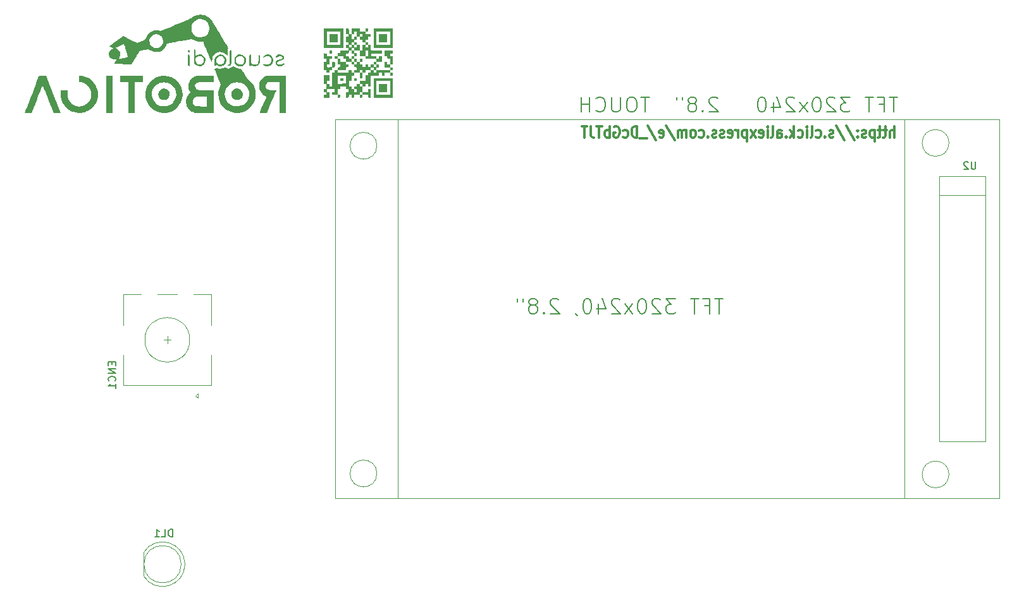
<source format=gbr>
%TF.GenerationSoftware,KiCad,Pcbnew,7.0.1*%
%TF.CreationDate,2025-02-05T10:50:57+01:00*%
%TF.ProjectId,mangiatoia,6d616e67-6961-4746-9f69-612e6b696361,1.1*%
%TF.SameCoordinates,Original*%
%TF.FileFunction,Legend,Bot*%
%TF.FilePolarity,Positive*%
%FSLAX46Y46*%
G04 Gerber Fmt 4.6, Leading zero omitted, Abs format (unit mm)*
G04 Created by KiCad (PCBNEW 7.0.1) date 2025-02-05 10:50:57*
%MOMM*%
%LPD*%
G01*
G04 APERTURE LIST*
%ADD10C,0.300000*%
%ADD11C,0.150000*%
%ADD12C,0.120000*%
G04 APERTURE END LIST*
D10*
X194027022Y-62869447D02*
X194027022Y-61369447D01*
X193469879Y-62869447D02*
X193469879Y-62083733D01*
X193469879Y-62083733D02*
X193531784Y-61940876D01*
X193531784Y-61940876D02*
X193655593Y-61869447D01*
X193655593Y-61869447D02*
X193841307Y-61869447D01*
X193841307Y-61869447D02*
X193965117Y-61940876D01*
X193965117Y-61940876D02*
X194027022Y-62012304D01*
X193036546Y-61869447D02*
X192541308Y-61869447D01*
X192850832Y-61369447D02*
X192850832Y-62655161D01*
X192850832Y-62655161D02*
X192788927Y-62798019D01*
X192788927Y-62798019D02*
X192665117Y-62869447D01*
X192665117Y-62869447D02*
X192541308Y-62869447D01*
X192293689Y-61869447D02*
X191798451Y-61869447D01*
X192107975Y-61369447D02*
X192107975Y-62655161D01*
X192107975Y-62655161D02*
X192046070Y-62798019D01*
X192046070Y-62798019D02*
X191922260Y-62869447D01*
X191922260Y-62869447D02*
X191798451Y-62869447D01*
X191365118Y-61869447D02*
X191365118Y-63369447D01*
X191365118Y-61940876D02*
X191241308Y-61869447D01*
X191241308Y-61869447D02*
X190993689Y-61869447D01*
X190993689Y-61869447D02*
X190869880Y-61940876D01*
X190869880Y-61940876D02*
X190807975Y-62012304D01*
X190807975Y-62012304D02*
X190746070Y-62155161D01*
X190746070Y-62155161D02*
X190746070Y-62583733D01*
X190746070Y-62583733D02*
X190807975Y-62726590D01*
X190807975Y-62726590D02*
X190869880Y-62798019D01*
X190869880Y-62798019D02*
X190993689Y-62869447D01*
X190993689Y-62869447D02*
X191241308Y-62869447D01*
X191241308Y-62869447D02*
X191365118Y-62798019D01*
X190250832Y-62798019D02*
X190127023Y-62869447D01*
X190127023Y-62869447D02*
X189879404Y-62869447D01*
X189879404Y-62869447D02*
X189755594Y-62798019D01*
X189755594Y-62798019D02*
X189693690Y-62655161D01*
X189693690Y-62655161D02*
X189693690Y-62583733D01*
X189693690Y-62583733D02*
X189755594Y-62440876D01*
X189755594Y-62440876D02*
X189879404Y-62369447D01*
X189879404Y-62369447D02*
X190065118Y-62369447D01*
X190065118Y-62369447D02*
X190188928Y-62298019D01*
X190188928Y-62298019D02*
X190250832Y-62155161D01*
X190250832Y-62155161D02*
X190250832Y-62083733D01*
X190250832Y-62083733D02*
X190188928Y-61940876D01*
X190188928Y-61940876D02*
X190065118Y-61869447D01*
X190065118Y-61869447D02*
X189879404Y-61869447D01*
X189879404Y-61869447D02*
X189755594Y-61940876D01*
X189136547Y-62726590D02*
X189074642Y-62798019D01*
X189074642Y-62798019D02*
X189136547Y-62869447D01*
X189136547Y-62869447D02*
X189198451Y-62798019D01*
X189198451Y-62798019D02*
X189136547Y-62726590D01*
X189136547Y-62726590D02*
X189136547Y-62869447D01*
X189136547Y-61940876D02*
X189074642Y-62012304D01*
X189074642Y-62012304D02*
X189136547Y-62083733D01*
X189136547Y-62083733D02*
X189198451Y-62012304D01*
X189198451Y-62012304D02*
X189136547Y-61940876D01*
X189136547Y-61940876D02*
X189136547Y-62083733D01*
X187588927Y-61298019D02*
X188703213Y-63226590D01*
X186227022Y-61298019D02*
X187341308Y-63226590D01*
X185855593Y-62798019D02*
X185731784Y-62869447D01*
X185731784Y-62869447D02*
X185484165Y-62869447D01*
X185484165Y-62869447D02*
X185360355Y-62798019D01*
X185360355Y-62798019D02*
X185298451Y-62655161D01*
X185298451Y-62655161D02*
X185298451Y-62583733D01*
X185298451Y-62583733D02*
X185360355Y-62440876D01*
X185360355Y-62440876D02*
X185484165Y-62369447D01*
X185484165Y-62369447D02*
X185669879Y-62369447D01*
X185669879Y-62369447D02*
X185793689Y-62298019D01*
X185793689Y-62298019D02*
X185855593Y-62155161D01*
X185855593Y-62155161D02*
X185855593Y-62083733D01*
X185855593Y-62083733D02*
X185793689Y-61940876D01*
X185793689Y-61940876D02*
X185669879Y-61869447D01*
X185669879Y-61869447D02*
X185484165Y-61869447D01*
X185484165Y-61869447D02*
X185360355Y-61940876D01*
X184741308Y-62726590D02*
X184679403Y-62798019D01*
X184679403Y-62798019D02*
X184741308Y-62869447D01*
X184741308Y-62869447D02*
X184803212Y-62798019D01*
X184803212Y-62798019D02*
X184741308Y-62726590D01*
X184741308Y-62726590D02*
X184741308Y-62869447D01*
X183565117Y-62798019D02*
X183688926Y-62869447D01*
X183688926Y-62869447D02*
X183936545Y-62869447D01*
X183936545Y-62869447D02*
X184060355Y-62798019D01*
X184060355Y-62798019D02*
X184122260Y-62726590D01*
X184122260Y-62726590D02*
X184184164Y-62583733D01*
X184184164Y-62583733D02*
X184184164Y-62155161D01*
X184184164Y-62155161D02*
X184122260Y-62012304D01*
X184122260Y-62012304D02*
X184060355Y-61940876D01*
X184060355Y-61940876D02*
X183936545Y-61869447D01*
X183936545Y-61869447D02*
X183688926Y-61869447D01*
X183688926Y-61869447D02*
X183565117Y-61940876D01*
X182822259Y-62869447D02*
X182946069Y-62798019D01*
X182946069Y-62798019D02*
X183007974Y-62655161D01*
X183007974Y-62655161D02*
X183007974Y-61369447D01*
X182327022Y-62869447D02*
X182327022Y-61869447D01*
X182327022Y-61369447D02*
X182388926Y-61440876D01*
X182388926Y-61440876D02*
X182327022Y-61512304D01*
X182327022Y-61512304D02*
X182265117Y-61440876D01*
X182265117Y-61440876D02*
X182327022Y-61369447D01*
X182327022Y-61369447D02*
X182327022Y-61512304D01*
X181150831Y-62798019D02*
X181274640Y-62869447D01*
X181274640Y-62869447D02*
X181522259Y-62869447D01*
X181522259Y-62869447D02*
X181646069Y-62798019D01*
X181646069Y-62798019D02*
X181707974Y-62726590D01*
X181707974Y-62726590D02*
X181769878Y-62583733D01*
X181769878Y-62583733D02*
X181769878Y-62155161D01*
X181769878Y-62155161D02*
X181707974Y-62012304D01*
X181707974Y-62012304D02*
X181646069Y-61940876D01*
X181646069Y-61940876D02*
X181522259Y-61869447D01*
X181522259Y-61869447D02*
X181274640Y-61869447D01*
X181274640Y-61869447D02*
X181150831Y-61940876D01*
X180593688Y-62869447D02*
X180593688Y-61369447D01*
X180469878Y-62298019D02*
X180098450Y-62869447D01*
X180098450Y-61869447D02*
X180593688Y-62440876D01*
X179541307Y-62726590D02*
X179479402Y-62798019D01*
X179479402Y-62798019D02*
X179541307Y-62869447D01*
X179541307Y-62869447D02*
X179603211Y-62798019D01*
X179603211Y-62798019D02*
X179541307Y-62726590D01*
X179541307Y-62726590D02*
X179541307Y-62869447D01*
X178365116Y-62869447D02*
X178365116Y-62083733D01*
X178365116Y-62083733D02*
X178427021Y-61940876D01*
X178427021Y-61940876D02*
X178550830Y-61869447D01*
X178550830Y-61869447D02*
X178798449Y-61869447D01*
X178798449Y-61869447D02*
X178922259Y-61940876D01*
X178365116Y-62798019D02*
X178488925Y-62869447D01*
X178488925Y-62869447D02*
X178798449Y-62869447D01*
X178798449Y-62869447D02*
X178922259Y-62798019D01*
X178922259Y-62798019D02*
X178984163Y-62655161D01*
X178984163Y-62655161D02*
X178984163Y-62512304D01*
X178984163Y-62512304D02*
X178922259Y-62369447D01*
X178922259Y-62369447D02*
X178798449Y-62298019D01*
X178798449Y-62298019D02*
X178488925Y-62298019D01*
X178488925Y-62298019D02*
X178365116Y-62226590D01*
X177560354Y-62869447D02*
X177684164Y-62798019D01*
X177684164Y-62798019D02*
X177746069Y-62655161D01*
X177746069Y-62655161D02*
X177746069Y-61369447D01*
X177065117Y-62869447D02*
X177065117Y-61869447D01*
X177065117Y-61369447D02*
X177127021Y-61440876D01*
X177127021Y-61440876D02*
X177065117Y-61512304D01*
X177065117Y-61512304D02*
X177003212Y-61440876D01*
X177003212Y-61440876D02*
X177065117Y-61369447D01*
X177065117Y-61369447D02*
X177065117Y-61512304D01*
X175950831Y-62798019D02*
X176074640Y-62869447D01*
X176074640Y-62869447D02*
X176322259Y-62869447D01*
X176322259Y-62869447D02*
X176446069Y-62798019D01*
X176446069Y-62798019D02*
X176507973Y-62655161D01*
X176507973Y-62655161D02*
X176507973Y-62083733D01*
X176507973Y-62083733D02*
X176446069Y-61940876D01*
X176446069Y-61940876D02*
X176322259Y-61869447D01*
X176322259Y-61869447D02*
X176074640Y-61869447D01*
X176074640Y-61869447D02*
X175950831Y-61940876D01*
X175950831Y-61940876D02*
X175888926Y-62083733D01*
X175888926Y-62083733D02*
X175888926Y-62226590D01*
X175888926Y-62226590D02*
X176507973Y-62369447D01*
X175455592Y-62869447D02*
X174774640Y-61869447D01*
X175455592Y-61869447D02*
X174774640Y-62869447D01*
X174279402Y-61869447D02*
X174279402Y-63369447D01*
X174279402Y-61940876D02*
X174155592Y-61869447D01*
X174155592Y-61869447D02*
X173907973Y-61869447D01*
X173907973Y-61869447D02*
X173784164Y-61940876D01*
X173784164Y-61940876D02*
X173722259Y-62012304D01*
X173722259Y-62012304D02*
X173660354Y-62155161D01*
X173660354Y-62155161D02*
X173660354Y-62583733D01*
X173660354Y-62583733D02*
X173722259Y-62726590D01*
X173722259Y-62726590D02*
X173784164Y-62798019D01*
X173784164Y-62798019D02*
X173907973Y-62869447D01*
X173907973Y-62869447D02*
X174155592Y-62869447D01*
X174155592Y-62869447D02*
X174279402Y-62798019D01*
X173103212Y-62869447D02*
X173103212Y-61869447D01*
X173103212Y-62155161D02*
X173041307Y-62012304D01*
X173041307Y-62012304D02*
X172979402Y-61940876D01*
X172979402Y-61940876D02*
X172855593Y-61869447D01*
X172855593Y-61869447D02*
X172731783Y-61869447D01*
X171803212Y-62798019D02*
X171927021Y-62869447D01*
X171927021Y-62869447D02*
X172174640Y-62869447D01*
X172174640Y-62869447D02*
X172298450Y-62798019D01*
X172298450Y-62798019D02*
X172360354Y-62655161D01*
X172360354Y-62655161D02*
X172360354Y-62083733D01*
X172360354Y-62083733D02*
X172298450Y-61940876D01*
X172298450Y-61940876D02*
X172174640Y-61869447D01*
X172174640Y-61869447D02*
X171927021Y-61869447D01*
X171927021Y-61869447D02*
X171803212Y-61940876D01*
X171803212Y-61940876D02*
X171741307Y-62083733D01*
X171741307Y-62083733D02*
X171741307Y-62226590D01*
X171741307Y-62226590D02*
X172360354Y-62369447D01*
X171246068Y-62798019D02*
X171122259Y-62869447D01*
X171122259Y-62869447D02*
X170874640Y-62869447D01*
X170874640Y-62869447D02*
X170750830Y-62798019D01*
X170750830Y-62798019D02*
X170688926Y-62655161D01*
X170688926Y-62655161D02*
X170688926Y-62583733D01*
X170688926Y-62583733D02*
X170750830Y-62440876D01*
X170750830Y-62440876D02*
X170874640Y-62369447D01*
X170874640Y-62369447D02*
X171060354Y-62369447D01*
X171060354Y-62369447D02*
X171184164Y-62298019D01*
X171184164Y-62298019D02*
X171246068Y-62155161D01*
X171246068Y-62155161D02*
X171246068Y-62083733D01*
X171246068Y-62083733D02*
X171184164Y-61940876D01*
X171184164Y-61940876D02*
X171060354Y-61869447D01*
X171060354Y-61869447D02*
X170874640Y-61869447D01*
X170874640Y-61869447D02*
X170750830Y-61940876D01*
X170193687Y-62798019D02*
X170069878Y-62869447D01*
X170069878Y-62869447D02*
X169822259Y-62869447D01*
X169822259Y-62869447D02*
X169698449Y-62798019D01*
X169698449Y-62798019D02*
X169636545Y-62655161D01*
X169636545Y-62655161D02*
X169636545Y-62583733D01*
X169636545Y-62583733D02*
X169698449Y-62440876D01*
X169698449Y-62440876D02*
X169822259Y-62369447D01*
X169822259Y-62369447D02*
X170007973Y-62369447D01*
X170007973Y-62369447D02*
X170131783Y-62298019D01*
X170131783Y-62298019D02*
X170193687Y-62155161D01*
X170193687Y-62155161D02*
X170193687Y-62083733D01*
X170193687Y-62083733D02*
X170131783Y-61940876D01*
X170131783Y-61940876D02*
X170007973Y-61869447D01*
X170007973Y-61869447D02*
X169822259Y-61869447D01*
X169822259Y-61869447D02*
X169698449Y-61940876D01*
X169079402Y-62726590D02*
X169017497Y-62798019D01*
X169017497Y-62798019D02*
X169079402Y-62869447D01*
X169079402Y-62869447D02*
X169141306Y-62798019D01*
X169141306Y-62798019D02*
X169079402Y-62726590D01*
X169079402Y-62726590D02*
X169079402Y-62869447D01*
X167903211Y-62798019D02*
X168027020Y-62869447D01*
X168027020Y-62869447D02*
X168274639Y-62869447D01*
X168274639Y-62869447D02*
X168398449Y-62798019D01*
X168398449Y-62798019D02*
X168460354Y-62726590D01*
X168460354Y-62726590D02*
X168522258Y-62583733D01*
X168522258Y-62583733D02*
X168522258Y-62155161D01*
X168522258Y-62155161D02*
X168460354Y-62012304D01*
X168460354Y-62012304D02*
X168398449Y-61940876D01*
X168398449Y-61940876D02*
X168274639Y-61869447D01*
X168274639Y-61869447D02*
X168027020Y-61869447D01*
X168027020Y-61869447D02*
X167903211Y-61940876D01*
X167160353Y-62869447D02*
X167284163Y-62798019D01*
X167284163Y-62798019D02*
X167346068Y-62726590D01*
X167346068Y-62726590D02*
X167407972Y-62583733D01*
X167407972Y-62583733D02*
X167407972Y-62155161D01*
X167407972Y-62155161D02*
X167346068Y-62012304D01*
X167346068Y-62012304D02*
X167284163Y-61940876D01*
X167284163Y-61940876D02*
X167160353Y-61869447D01*
X167160353Y-61869447D02*
X166974639Y-61869447D01*
X166974639Y-61869447D02*
X166850830Y-61940876D01*
X166850830Y-61940876D02*
X166788925Y-62012304D01*
X166788925Y-62012304D02*
X166727020Y-62155161D01*
X166727020Y-62155161D02*
X166727020Y-62583733D01*
X166727020Y-62583733D02*
X166788925Y-62726590D01*
X166788925Y-62726590D02*
X166850830Y-62798019D01*
X166850830Y-62798019D02*
X166974639Y-62869447D01*
X166974639Y-62869447D02*
X167160353Y-62869447D01*
X166169878Y-62869447D02*
X166169878Y-61869447D01*
X166169878Y-62012304D02*
X166107973Y-61940876D01*
X166107973Y-61940876D02*
X165984163Y-61869447D01*
X165984163Y-61869447D02*
X165798449Y-61869447D01*
X165798449Y-61869447D02*
X165674640Y-61940876D01*
X165674640Y-61940876D02*
X165612735Y-62083733D01*
X165612735Y-62083733D02*
X165612735Y-62869447D01*
X165612735Y-62083733D02*
X165550830Y-61940876D01*
X165550830Y-61940876D02*
X165427021Y-61869447D01*
X165427021Y-61869447D02*
X165241306Y-61869447D01*
X165241306Y-61869447D02*
X165117497Y-61940876D01*
X165117497Y-61940876D02*
X165055592Y-62083733D01*
X165055592Y-62083733D02*
X165055592Y-62869447D01*
X163507973Y-61298019D02*
X164622259Y-63226590D01*
X162579402Y-62798019D02*
X162703211Y-62869447D01*
X162703211Y-62869447D02*
X162950830Y-62869447D01*
X162950830Y-62869447D02*
X163074640Y-62798019D01*
X163074640Y-62798019D02*
X163136544Y-62655161D01*
X163136544Y-62655161D02*
X163136544Y-62083733D01*
X163136544Y-62083733D02*
X163074640Y-61940876D01*
X163074640Y-61940876D02*
X162950830Y-61869447D01*
X162950830Y-61869447D02*
X162703211Y-61869447D01*
X162703211Y-61869447D02*
X162579402Y-61940876D01*
X162579402Y-61940876D02*
X162517497Y-62083733D01*
X162517497Y-62083733D02*
X162517497Y-62226590D01*
X162517497Y-62226590D02*
X163136544Y-62369447D01*
X161031782Y-61298019D02*
X162146068Y-63226590D01*
X160907973Y-63012304D02*
X159917496Y-63012304D01*
X159607973Y-62869447D02*
X159607973Y-61369447D01*
X159607973Y-61369447D02*
X159298449Y-61369447D01*
X159298449Y-61369447D02*
X159112735Y-61440876D01*
X159112735Y-61440876D02*
X158988925Y-61583733D01*
X158988925Y-61583733D02*
X158927020Y-61726590D01*
X158927020Y-61726590D02*
X158865116Y-62012304D01*
X158865116Y-62012304D02*
X158865116Y-62226590D01*
X158865116Y-62226590D02*
X158927020Y-62512304D01*
X158927020Y-62512304D02*
X158988925Y-62655161D01*
X158988925Y-62655161D02*
X159112735Y-62798019D01*
X159112735Y-62798019D02*
X159298449Y-62869447D01*
X159298449Y-62869447D02*
X159607973Y-62869447D01*
X157750830Y-62798019D02*
X157874639Y-62869447D01*
X157874639Y-62869447D02*
X158122258Y-62869447D01*
X158122258Y-62869447D02*
X158246068Y-62798019D01*
X158246068Y-62798019D02*
X158307973Y-62726590D01*
X158307973Y-62726590D02*
X158369877Y-62583733D01*
X158369877Y-62583733D02*
X158369877Y-62155161D01*
X158369877Y-62155161D02*
X158307973Y-62012304D01*
X158307973Y-62012304D02*
X158246068Y-61940876D01*
X158246068Y-61940876D02*
X158122258Y-61869447D01*
X158122258Y-61869447D02*
X157874639Y-61869447D01*
X157874639Y-61869447D02*
X157750830Y-61940876D01*
X156512734Y-61440876D02*
X156636544Y-61369447D01*
X156636544Y-61369447D02*
X156822258Y-61369447D01*
X156822258Y-61369447D02*
X157007972Y-61440876D01*
X157007972Y-61440876D02*
X157131782Y-61583733D01*
X157131782Y-61583733D02*
X157193687Y-61726590D01*
X157193687Y-61726590D02*
X157255591Y-62012304D01*
X157255591Y-62012304D02*
X157255591Y-62226590D01*
X157255591Y-62226590D02*
X157193687Y-62512304D01*
X157193687Y-62512304D02*
X157131782Y-62655161D01*
X157131782Y-62655161D02*
X157007972Y-62798019D01*
X157007972Y-62798019D02*
X156822258Y-62869447D01*
X156822258Y-62869447D02*
X156698449Y-62869447D01*
X156698449Y-62869447D02*
X156512734Y-62798019D01*
X156512734Y-62798019D02*
X156450830Y-62726590D01*
X156450830Y-62726590D02*
X156450830Y-62226590D01*
X156450830Y-62226590D02*
X156698449Y-62226590D01*
X155893687Y-62869447D02*
X155893687Y-61369447D01*
X155893687Y-61940876D02*
X155769877Y-61869447D01*
X155769877Y-61869447D02*
X155522258Y-61869447D01*
X155522258Y-61869447D02*
X155398449Y-61940876D01*
X155398449Y-61940876D02*
X155336544Y-62012304D01*
X155336544Y-62012304D02*
X155274639Y-62155161D01*
X155274639Y-62155161D02*
X155274639Y-62583733D01*
X155274639Y-62583733D02*
X155336544Y-62726590D01*
X155336544Y-62726590D02*
X155398449Y-62798019D01*
X155398449Y-62798019D02*
X155522258Y-62869447D01*
X155522258Y-62869447D02*
X155769877Y-62869447D01*
X155769877Y-62869447D02*
X155893687Y-62798019D01*
X154903211Y-61369447D02*
X154160354Y-61369447D01*
X154531782Y-62869447D02*
X154531782Y-61369447D01*
X153355592Y-61369447D02*
X153355592Y-62440876D01*
X153355592Y-62440876D02*
X153417497Y-62655161D01*
X153417497Y-62655161D02*
X153541306Y-62798019D01*
X153541306Y-62798019D02*
X153727021Y-62869447D01*
X153727021Y-62869447D02*
X153850830Y-62869447D01*
X152922259Y-61369447D02*
X152179402Y-61369447D01*
X152550830Y-62869447D02*
X152550830Y-61369447D01*
D11*
%TO.C,U2*%
X204903904Y-66137619D02*
X204903904Y-66947142D01*
X204903904Y-66947142D02*
X204856285Y-67042380D01*
X204856285Y-67042380D02*
X204808666Y-67090000D01*
X204808666Y-67090000D02*
X204713428Y-67137619D01*
X204713428Y-67137619D02*
X204522952Y-67137619D01*
X204522952Y-67137619D02*
X204427714Y-67090000D01*
X204427714Y-67090000D02*
X204380095Y-67042380D01*
X204380095Y-67042380D02*
X204332476Y-66947142D01*
X204332476Y-66947142D02*
X204332476Y-66137619D01*
X203903904Y-66232857D02*
X203856285Y-66185238D01*
X203856285Y-66185238D02*
X203761047Y-66137619D01*
X203761047Y-66137619D02*
X203522952Y-66137619D01*
X203522952Y-66137619D02*
X203427714Y-66185238D01*
X203427714Y-66185238D02*
X203380095Y-66232857D01*
X203380095Y-66232857D02*
X203332476Y-66328095D01*
X203332476Y-66328095D02*
X203332476Y-66423333D01*
X203332476Y-66423333D02*
X203380095Y-66566190D01*
X203380095Y-66566190D02*
X203951523Y-67137619D01*
X203951523Y-67137619D02*
X203332476Y-67137619D01*
X194487335Y-57472238D02*
X193344478Y-57472238D01*
X193915907Y-59472238D02*
X193915907Y-57472238D01*
X192011144Y-58424619D02*
X192677811Y-58424619D01*
X192677811Y-59472238D02*
X192677811Y-57472238D01*
X192677811Y-57472238D02*
X191725430Y-57472238D01*
X191249239Y-57472238D02*
X190106382Y-57472238D01*
X190677811Y-59472238D02*
X190677811Y-57472238D01*
X188106381Y-57472238D02*
X186868286Y-57472238D01*
X186868286Y-57472238D02*
X187534953Y-58234142D01*
X187534953Y-58234142D02*
X187249238Y-58234142D01*
X187249238Y-58234142D02*
X187058762Y-58329380D01*
X187058762Y-58329380D02*
X186963524Y-58424619D01*
X186963524Y-58424619D02*
X186868286Y-58615095D01*
X186868286Y-58615095D02*
X186868286Y-59091285D01*
X186868286Y-59091285D02*
X186963524Y-59281761D01*
X186963524Y-59281761D02*
X187058762Y-59377000D01*
X187058762Y-59377000D02*
X187249238Y-59472238D01*
X187249238Y-59472238D02*
X187820667Y-59472238D01*
X187820667Y-59472238D02*
X188011143Y-59377000D01*
X188011143Y-59377000D02*
X188106381Y-59281761D01*
X186106381Y-57662714D02*
X186011143Y-57567476D01*
X186011143Y-57567476D02*
X185820667Y-57472238D01*
X185820667Y-57472238D02*
X185344476Y-57472238D01*
X185344476Y-57472238D02*
X185154000Y-57567476D01*
X185154000Y-57567476D02*
X185058762Y-57662714D01*
X185058762Y-57662714D02*
X184963524Y-57853190D01*
X184963524Y-57853190D02*
X184963524Y-58043666D01*
X184963524Y-58043666D02*
X185058762Y-58329380D01*
X185058762Y-58329380D02*
X186201619Y-59472238D01*
X186201619Y-59472238D02*
X184963524Y-59472238D01*
X183725429Y-57472238D02*
X183534952Y-57472238D01*
X183534952Y-57472238D02*
X183344476Y-57567476D01*
X183344476Y-57567476D02*
X183249238Y-57662714D01*
X183249238Y-57662714D02*
X183154000Y-57853190D01*
X183154000Y-57853190D02*
X183058762Y-58234142D01*
X183058762Y-58234142D02*
X183058762Y-58710333D01*
X183058762Y-58710333D02*
X183154000Y-59091285D01*
X183154000Y-59091285D02*
X183249238Y-59281761D01*
X183249238Y-59281761D02*
X183344476Y-59377000D01*
X183344476Y-59377000D02*
X183534952Y-59472238D01*
X183534952Y-59472238D02*
X183725429Y-59472238D01*
X183725429Y-59472238D02*
X183915905Y-59377000D01*
X183915905Y-59377000D02*
X184011143Y-59281761D01*
X184011143Y-59281761D02*
X184106381Y-59091285D01*
X184106381Y-59091285D02*
X184201619Y-58710333D01*
X184201619Y-58710333D02*
X184201619Y-58234142D01*
X184201619Y-58234142D02*
X184106381Y-57853190D01*
X184106381Y-57853190D02*
X184011143Y-57662714D01*
X184011143Y-57662714D02*
X183915905Y-57567476D01*
X183915905Y-57567476D02*
X183725429Y-57472238D01*
X182392095Y-59472238D02*
X181344476Y-58138904D01*
X182392095Y-58138904D02*
X181344476Y-59472238D01*
X180677809Y-57662714D02*
X180582571Y-57567476D01*
X180582571Y-57567476D02*
X180392095Y-57472238D01*
X180392095Y-57472238D02*
X179915904Y-57472238D01*
X179915904Y-57472238D02*
X179725428Y-57567476D01*
X179725428Y-57567476D02*
X179630190Y-57662714D01*
X179630190Y-57662714D02*
X179534952Y-57853190D01*
X179534952Y-57853190D02*
X179534952Y-58043666D01*
X179534952Y-58043666D02*
X179630190Y-58329380D01*
X179630190Y-58329380D02*
X180773047Y-59472238D01*
X180773047Y-59472238D02*
X179534952Y-59472238D01*
X177820666Y-58138904D02*
X177820666Y-59472238D01*
X178296857Y-57377000D02*
X178773047Y-58805571D01*
X178773047Y-58805571D02*
X177534952Y-58805571D01*
X176392095Y-57472238D02*
X176201618Y-57472238D01*
X176201618Y-57472238D02*
X176011142Y-57567476D01*
X176011142Y-57567476D02*
X175915904Y-57662714D01*
X175915904Y-57662714D02*
X175820666Y-57853190D01*
X175820666Y-57853190D02*
X175725428Y-58234142D01*
X175725428Y-58234142D02*
X175725428Y-58710333D01*
X175725428Y-58710333D02*
X175820666Y-59091285D01*
X175820666Y-59091285D02*
X175915904Y-59281761D01*
X175915904Y-59281761D02*
X176011142Y-59377000D01*
X176011142Y-59377000D02*
X176201618Y-59472238D01*
X176201618Y-59472238D02*
X176392095Y-59472238D01*
X176392095Y-59472238D02*
X176582571Y-59377000D01*
X176582571Y-59377000D02*
X176677809Y-59281761D01*
X176677809Y-59281761D02*
X176773047Y-59091285D01*
X176773047Y-59091285D02*
X176868285Y-58710333D01*
X176868285Y-58710333D02*
X176868285Y-58234142D01*
X176868285Y-58234142D02*
X176773047Y-57853190D01*
X176773047Y-57853190D02*
X176677809Y-57662714D01*
X176677809Y-57662714D02*
X176582571Y-57567476D01*
X176582571Y-57567476D02*
X176392095Y-57472238D01*
X170392093Y-57662714D02*
X170296855Y-57567476D01*
X170296855Y-57567476D02*
X170106379Y-57472238D01*
X170106379Y-57472238D02*
X169630188Y-57472238D01*
X169630188Y-57472238D02*
X169439712Y-57567476D01*
X169439712Y-57567476D02*
X169344474Y-57662714D01*
X169344474Y-57662714D02*
X169249236Y-57853190D01*
X169249236Y-57853190D02*
X169249236Y-58043666D01*
X169249236Y-58043666D02*
X169344474Y-58329380D01*
X169344474Y-58329380D02*
X170487331Y-59472238D01*
X170487331Y-59472238D02*
X169249236Y-59472238D01*
X168392093Y-59281761D02*
X168296855Y-59377000D01*
X168296855Y-59377000D02*
X168392093Y-59472238D01*
X168392093Y-59472238D02*
X168487331Y-59377000D01*
X168487331Y-59377000D02*
X168392093Y-59281761D01*
X168392093Y-59281761D02*
X168392093Y-59472238D01*
X167153998Y-58329380D02*
X167344474Y-58234142D01*
X167344474Y-58234142D02*
X167439712Y-58138904D01*
X167439712Y-58138904D02*
X167534950Y-57948428D01*
X167534950Y-57948428D02*
X167534950Y-57853190D01*
X167534950Y-57853190D02*
X167439712Y-57662714D01*
X167439712Y-57662714D02*
X167344474Y-57567476D01*
X167344474Y-57567476D02*
X167153998Y-57472238D01*
X167153998Y-57472238D02*
X166773045Y-57472238D01*
X166773045Y-57472238D02*
X166582569Y-57567476D01*
X166582569Y-57567476D02*
X166487331Y-57662714D01*
X166487331Y-57662714D02*
X166392093Y-57853190D01*
X166392093Y-57853190D02*
X166392093Y-57948428D01*
X166392093Y-57948428D02*
X166487331Y-58138904D01*
X166487331Y-58138904D02*
X166582569Y-58234142D01*
X166582569Y-58234142D02*
X166773045Y-58329380D01*
X166773045Y-58329380D02*
X167153998Y-58329380D01*
X167153998Y-58329380D02*
X167344474Y-58424619D01*
X167344474Y-58424619D02*
X167439712Y-58519857D01*
X167439712Y-58519857D02*
X167534950Y-58710333D01*
X167534950Y-58710333D02*
X167534950Y-59091285D01*
X167534950Y-59091285D02*
X167439712Y-59281761D01*
X167439712Y-59281761D02*
X167344474Y-59377000D01*
X167344474Y-59377000D02*
X167153998Y-59472238D01*
X167153998Y-59472238D02*
X166773045Y-59472238D01*
X166773045Y-59472238D02*
X166582569Y-59377000D01*
X166582569Y-59377000D02*
X166487331Y-59281761D01*
X166487331Y-59281761D02*
X166392093Y-59091285D01*
X166392093Y-59091285D02*
X166392093Y-58710333D01*
X166392093Y-58710333D02*
X166487331Y-58519857D01*
X166487331Y-58519857D02*
X166582569Y-58424619D01*
X166582569Y-58424619D02*
X166773045Y-58329380D01*
X165630188Y-57472238D02*
X165630188Y-57853190D01*
X164868283Y-57472238D02*
X164868283Y-57853190D01*
X161249234Y-57472238D02*
X160106377Y-57472238D01*
X160677806Y-59472238D02*
X160677806Y-57472238D01*
X159058758Y-57472238D02*
X158677805Y-57472238D01*
X158677805Y-57472238D02*
X158487329Y-57567476D01*
X158487329Y-57567476D02*
X158296853Y-57757952D01*
X158296853Y-57757952D02*
X158201615Y-58138904D01*
X158201615Y-58138904D02*
X158201615Y-58805571D01*
X158201615Y-58805571D02*
X158296853Y-59186523D01*
X158296853Y-59186523D02*
X158487329Y-59377000D01*
X158487329Y-59377000D02*
X158677805Y-59472238D01*
X158677805Y-59472238D02*
X159058758Y-59472238D01*
X159058758Y-59472238D02*
X159249234Y-59377000D01*
X159249234Y-59377000D02*
X159439710Y-59186523D01*
X159439710Y-59186523D02*
X159534948Y-58805571D01*
X159534948Y-58805571D02*
X159534948Y-58138904D01*
X159534948Y-58138904D02*
X159439710Y-57757952D01*
X159439710Y-57757952D02*
X159249234Y-57567476D01*
X159249234Y-57567476D02*
X159058758Y-57472238D01*
X157344472Y-57472238D02*
X157344472Y-59091285D01*
X157344472Y-59091285D02*
X157249234Y-59281761D01*
X157249234Y-59281761D02*
X157153996Y-59377000D01*
X157153996Y-59377000D02*
X156963520Y-59472238D01*
X156963520Y-59472238D02*
X156582567Y-59472238D01*
X156582567Y-59472238D02*
X156392091Y-59377000D01*
X156392091Y-59377000D02*
X156296853Y-59281761D01*
X156296853Y-59281761D02*
X156201615Y-59091285D01*
X156201615Y-59091285D02*
X156201615Y-57472238D01*
X154106377Y-59281761D02*
X154201615Y-59377000D01*
X154201615Y-59377000D02*
X154487329Y-59472238D01*
X154487329Y-59472238D02*
X154677805Y-59472238D01*
X154677805Y-59472238D02*
X154963520Y-59377000D01*
X154963520Y-59377000D02*
X155153996Y-59186523D01*
X155153996Y-59186523D02*
X155249234Y-58996047D01*
X155249234Y-58996047D02*
X155344472Y-58615095D01*
X155344472Y-58615095D02*
X155344472Y-58329380D01*
X155344472Y-58329380D02*
X155249234Y-57948428D01*
X155249234Y-57948428D02*
X155153996Y-57757952D01*
X155153996Y-57757952D02*
X154963520Y-57567476D01*
X154963520Y-57567476D02*
X154677805Y-57472238D01*
X154677805Y-57472238D02*
X154487329Y-57472238D01*
X154487329Y-57472238D02*
X154201615Y-57567476D01*
X154201615Y-57567476D02*
X154106377Y-57662714D01*
X153249234Y-59472238D02*
X153249234Y-57472238D01*
X153249234Y-58424619D02*
X152106377Y-58424619D01*
X152106377Y-59472238D02*
X152106377Y-57472238D01*
X171114046Y-84501938D02*
X169971189Y-84501938D01*
X170542618Y-86501938D02*
X170542618Y-84501938D01*
X168637855Y-85454319D02*
X169304522Y-85454319D01*
X169304522Y-86501938D02*
X169304522Y-84501938D01*
X169304522Y-84501938D02*
X168352141Y-84501938D01*
X167875950Y-84501938D02*
X166733093Y-84501938D01*
X167304522Y-86501938D02*
X167304522Y-84501938D01*
X164733092Y-84501938D02*
X163494997Y-84501938D01*
X163494997Y-84501938D02*
X164161664Y-85263842D01*
X164161664Y-85263842D02*
X163875949Y-85263842D01*
X163875949Y-85263842D02*
X163685473Y-85359080D01*
X163685473Y-85359080D02*
X163590235Y-85454319D01*
X163590235Y-85454319D02*
X163494997Y-85644795D01*
X163494997Y-85644795D02*
X163494997Y-86120985D01*
X163494997Y-86120985D02*
X163590235Y-86311461D01*
X163590235Y-86311461D02*
X163685473Y-86406700D01*
X163685473Y-86406700D02*
X163875949Y-86501938D01*
X163875949Y-86501938D02*
X164447378Y-86501938D01*
X164447378Y-86501938D02*
X164637854Y-86406700D01*
X164637854Y-86406700D02*
X164733092Y-86311461D01*
X162733092Y-84692414D02*
X162637854Y-84597176D01*
X162637854Y-84597176D02*
X162447378Y-84501938D01*
X162447378Y-84501938D02*
X161971187Y-84501938D01*
X161971187Y-84501938D02*
X161780711Y-84597176D01*
X161780711Y-84597176D02*
X161685473Y-84692414D01*
X161685473Y-84692414D02*
X161590235Y-84882890D01*
X161590235Y-84882890D02*
X161590235Y-85073366D01*
X161590235Y-85073366D02*
X161685473Y-85359080D01*
X161685473Y-85359080D02*
X162828330Y-86501938D01*
X162828330Y-86501938D02*
X161590235Y-86501938D01*
X160352140Y-84501938D02*
X160161663Y-84501938D01*
X160161663Y-84501938D02*
X159971187Y-84597176D01*
X159971187Y-84597176D02*
X159875949Y-84692414D01*
X159875949Y-84692414D02*
X159780711Y-84882890D01*
X159780711Y-84882890D02*
X159685473Y-85263842D01*
X159685473Y-85263842D02*
X159685473Y-85740033D01*
X159685473Y-85740033D02*
X159780711Y-86120985D01*
X159780711Y-86120985D02*
X159875949Y-86311461D01*
X159875949Y-86311461D02*
X159971187Y-86406700D01*
X159971187Y-86406700D02*
X160161663Y-86501938D01*
X160161663Y-86501938D02*
X160352140Y-86501938D01*
X160352140Y-86501938D02*
X160542616Y-86406700D01*
X160542616Y-86406700D02*
X160637854Y-86311461D01*
X160637854Y-86311461D02*
X160733092Y-86120985D01*
X160733092Y-86120985D02*
X160828330Y-85740033D01*
X160828330Y-85740033D02*
X160828330Y-85263842D01*
X160828330Y-85263842D02*
X160733092Y-84882890D01*
X160733092Y-84882890D02*
X160637854Y-84692414D01*
X160637854Y-84692414D02*
X160542616Y-84597176D01*
X160542616Y-84597176D02*
X160352140Y-84501938D01*
X159018806Y-86501938D02*
X157971187Y-85168604D01*
X159018806Y-85168604D02*
X157971187Y-86501938D01*
X157304520Y-84692414D02*
X157209282Y-84597176D01*
X157209282Y-84597176D02*
X157018806Y-84501938D01*
X157018806Y-84501938D02*
X156542615Y-84501938D01*
X156542615Y-84501938D02*
X156352139Y-84597176D01*
X156352139Y-84597176D02*
X156256901Y-84692414D01*
X156256901Y-84692414D02*
X156161663Y-84882890D01*
X156161663Y-84882890D02*
X156161663Y-85073366D01*
X156161663Y-85073366D02*
X156256901Y-85359080D01*
X156256901Y-85359080D02*
X157399758Y-86501938D01*
X157399758Y-86501938D02*
X156161663Y-86501938D01*
X154447377Y-85168604D02*
X154447377Y-86501938D01*
X154923568Y-84406700D02*
X155399758Y-85835271D01*
X155399758Y-85835271D02*
X154161663Y-85835271D01*
X153018806Y-84501938D02*
X152828329Y-84501938D01*
X152828329Y-84501938D02*
X152637853Y-84597176D01*
X152637853Y-84597176D02*
X152542615Y-84692414D01*
X152542615Y-84692414D02*
X152447377Y-84882890D01*
X152447377Y-84882890D02*
X152352139Y-85263842D01*
X152352139Y-85263842D02*
X152352139Y-85740033D01*
X152352139Y-85740033D02*
X152447377Y-86120985D01*
X152447377Y-86120985D02*
X152542615Y-86311461D01*
X152542615Y-86311461D02*
X152637853Y-86406700D01*
X152637853Y-86406700D02*
X152828329Y-86501938D01*
X152828329Y-86501938D02*
X153018806Y-86501938D01*
X153018806Y-86501938D02*
X153209282Y-86406700D01*
X153209282Y-86406700D02*
X153304520Y-86311461D01*
X153304520Y-86311461D02*
X153399758Y-86120985D01*
X153399758Y-86120985D02*
X153494996Y-85740033D01*
X153494996Y-85740033D02*
X153494996Y-85263842D01*
X153494996Y-85263842D02*
X153399758Y-84882890D01*
X153399758Y-84882890D02*
X153304520Y-84692414D01*
X153304520Y-84692414D02*
X153209282Y-84597176D01*
X153209282Y-84597176D02*
X153018806Y-84501938D01*
X151399758Y-86406700D02*
X151399758Y-86501938D01*
X151399758Y-86501938D02*
X151494996Y-86692414D01*
X151494996Y-86692414D02*
X151590234Y-86787652D01*
X149114043Y-84692414D02*
X149018805Y-84597176D01*
X149018805Y-84597176D02*
X148828329Y-84501938D01*
X148828329Y-84501938D02*
X148352138Y-84501938D01*
X148352138Y-84501938D02*
X148161662Y-84597176D01*
X148161662Y-84597176D02*
X148066424Y-84692414D01*
X148066424Y-84692414D02*
X147971186Y-84882890D01*
X147971186Y-84882890D02*
X147971186Y-85073366D01*
X147971186Y-85073366D02*
X148066424Y-85359080D01*
X148066424Y-85359080D02*
X149209281Y-86501938D01*
X149209281Y-86501938D02*
X147971186Y-86501938D01*
X147114043Y-86311461D02*
X147018805Y-86406700D01*
X147018805Y-86406700D02*
X147114043Y-86501938D01*
X147114043Y-86501938D02*
X147209281Y-86406700D01*
X147209281Y-86406700D02*
X147114043Y-86311461D01*
X147114043Y-86311461D02*
X147114043Y-86501938D01*
X145875948Y-85359080D02*
X146066424Y-85263842D01*
X146066424Y-85263842D02*
X146161662Y-85168604D01*
X146161662Y-85168604D02*
X146256900Y-84978128D01*
X146256900Y-84978128D02*
X146256900Y-84882890D01*
X146256900Y-84882890D02*
X146161662Y-84692414D01*
X146161662Y-84692414D02*
X146066424Y-84597176D01*
X146066424Y-84597176D02*
X145875948Y-84501938D01*
X145875948Y-84501938D02*
X145494995Y-84501938D01*
X145494995Y-84501938D02*
X145304519Y-84597176D01*
X145304519Y-84597176D02*
X145209281Y-84692414D01*
X145209281Y-84692414D02*
X145114043Y-84882890D01*
X145114043Y-84882890D02*
X145114043Y-84978128D01*
X145114043Y-84978128D02*
X145209281Y-85168604D01*
X145209281Y-85168604D02*
X145304519Y-85263842D01*
X145304519Y-85263842D02*
X145494995Y-85359080D01*
X145494995Y-85359080D02*
X145875948Y-85359080D01*
X145875948Y-85359080D02*
X146066424Y-85454319D01*
X146066424Y-85454319D02*
X146161662Y-85549557D01*
X146161662Y-85549557D02*
X146256900Y-85740033D01*
X146256900Y-85740033D02*
X146256900Y-86120985D01*
X146256900Y-86120985D02*
X146161662Y-86311461D01*
X146161662Y-86311461D02*
X146066424Y-86406700D01*
X146066424Y-86406700D02*
X145875948Y-86501938D01*
X145875948Y-86501938D02*
X145494995Y-86501938D01*
X145494995Y-86501938D02*
X145304519Y-86406700D01*
X145304519Y-86406700D02*
X145209281Y-86311461D01*
X145209281Y-86311461D02*
X145114043Y-86120985D01*
X145114043Y-86120985D02*
X145114043Y-85740033D01*
X145114043Y-85740033D02*
X145209281Y-85549557D01*
X145209281Y-85549557D02*
X145304519Y-85454319D01*
X145304519Y-85454319D02*
X145494995Y-85359080D01*
X144352138Y-84501938D02*
X144352138Y-84882890D01*
X143590233Y-84501938D02*
X143590233Y-84882890D01*
%TO.C,ENC1*%
X89272809Y-93000714D02*
X89272809Y-93334047D01*
X89796619Y-93476904D02*
X89796619Y-93000714D01*
X89796619Y-93000714D02*
X88796619Y-93000714D01*
X88796619Y-93000714D02*
X88796619Y-93476904D01*
X89796619Y-93905476D02*
X88796619Y-93905476D01*
X88796619Y-93905476D02*
X89796619Y-94476904D01*
X89796619Y-94476904D02*
X88796619Y-94476904D01*
X89701380Y-95524523D02*
X89749000Y-95476904D01*
X89749000Y-95476904D02*
X89796619Y-95334047D01*
X89796619Y-95334047D02*
X89796619Y-95238809D01*
X89796619Y-95238809D02*
X89749000Y-95095952D01*
X89749000Y-95095952D02*
X89653761Y-95000714D01*
X89653761Y-95000714D02*
X89558523Y-94953095D01*
X89558523Y-94953095D02*
X89368047Y-94905476D01*
X89368047Y-94905476D02*
X89225190Y-94905476D01*
X89225190Y-94905476D02*
X89034714Y-94953095D01*
X89034714Y-94953095D02*
X88939476Y-95000714D01*
X88939476Y-95000714D02*
X88844238Y-95095952D01*
X88844238Y-95095952D02*
X88796619Y-95238809D01*
X88796619Y-95238809D02*
X88796619Y-95334047D01*
X88796619Y-95334047D02*
X88844238Y-95476904D01*
X88844238Y-95476904D02*
X88891857Y-95524523D01*
X89796619Y-96476904D02*
X89796619Y-95905476D01*
X89796619Y-96191190D02*
X88796619Y-96191190D01*
X88796619Y-96191190D02*
X88939476Y-96095952D01*
X88939476Y-96095952D02*
X89034714Y-96000714D01*
X89034714Y-96000714D02*
X89082333Y-95905476D01*
%TO.C,DL1*%
X97387830Y-116414050D02*
X97387830Y-115414050D01*
X97387830Y-115414050D02*
X97149735Y-115414050D01*
X97149735Y-115414050D02*
X97006878Y-115461669D01*
X97006878Y-115461669D02*
X96911640Y-115556907D01*
X96911640Y-115556907D02*
X96864021Y-115652145D01*
X96864021Y-115652145D02*
X96816402Y-115842621D01*
X96816402Y-115842621D02*
X96816402Y-115985478D01*
X96816402Y-115985478D02*
X96864021Y-116175954D01*
X96864021Y-116175954D02*
X96911640Y-116271192D01*
X96911640Y-116271192D02*
X97006878Y-116366431D01*
X97006878Y-116366431D02*
X97149735Y-116414050D01*
X97149735Y-116414050D02*
X97387830Y-116414050D01*
X95911640Y-116414050D02*
X96387830Y-116414050D01*
X96387830Y-116414050D02*
X96387830Y-115414050D01*
X95054497Y-116414050D02*
X95625925Y-116414050D01*
X95340211Y-116414050D02*
X95340211Y-115414050D01*
X95340211Y-115414050D02*
X95435449Y-115556907D01*
X95435449Y-115556907D02*
X95530687Y-115652145D01*
X95530687Y-115652145D02*
X95625925Y-115699764D01*
%TO.C,G\u002A\u002A\u002A*%
G36*
X126170319Y-56219298D02*
G01*
X126170319Y-56775318D01*
X125614299Y-56775318D01*
X125058279Y-56775318D01*
X125058279Y-56219298D01*
X125058279Y-55663278D01*
X125614299Y-55663278D01*
X126170319Y-55663278D01*
X126170319Y-56219298D01*
G37*
G36*
X126170319Y-49547059D02*
G01*
X126170319Y-50103079D01*
X125614299Y-50103079D01*
X125058279Y-50103079D01*
X125058279Y-49547059D01*
X125058279Y-48991039D01*
X125614299Y-48991039D01*
X126170319Y-48991039D01*
X126170319Y-49547059D01*
G37*
G36*
X122101264Y-55121002D02*
G01*
X122101264Y-55311662D01*
X121918030Y-55304236D01*
X121734796Y-55296811D01*
X121727371Y-55113577D01*
X121719945Y-54930343D01*
X121910605Y-54930343D01*
X122101264Y-54930343D01*
X122101264Y-55121002D01*
G37*
G36*
X120256289Y-55119895D02*
G01*
X120256289Y-55309447D01*
X120066737Y-55309447D01*
X119877184Y-55309447D01*
X119877184Y-55119895D01*
X119877184Y-54930343D01*
X120066737Y-54930343D01*
X120256289Y-54930343D01*
X120256289Y-55119895D01*
G37*
G36*
X118790418Y-51417308D02*
G01*
X118790418Y-51619497D01*
X118600866Y-51619497D01*
X118411314Y-51619497D01*
X118411314Y-51417308D01*
X118411314Y-51215119D01*
X118600866Y-51215119D01*
X118790418Y-51215119D01*
X118790418Y-51417308D01*
G37*
G36*
X119523354Y-49547059D02*
G01*
X119523354Y-50103079D01*
X118967334Y-50103079D01*
X118411314Y-50103079D01*
X118411314Y-49547059D01*
X118411314Y-48991039D01*
X118967334Y-48991039D01*
X119523354Y-48991039D01*
X119523354Y-49547059D01*
G37*
G36*
X126903254Y-55309447D02*
G01*
X126903254Y-56231935D01*
X126903254Y-57533527D01*
X125614299Y-57533527D01*
X124325344Y-57533527D01*
X124325344Y-57154423D01*
X124704448Y-57154423D01*
X125614299Y-57154423D01*
X126524150Y-57154423D01*
X126524150Y-56231935D01*
X126524150Y-55309447D01*
X125614299Y-55309447D01*
X124704448Y-55309447D01*
X124704448Y-56231935D01*
X124704448Y-57154423D01*
X124325344Y-57154423D01*
X124325344Y-56231935D01*
X124325344Y-54930343D01*
X125614299Y-54930343D01*
X126903254Y-54930343D01*
X126903254Y-55309447D01*
G37*
G36*
X126903254Y-48637209D02*
G01*
X126903254Y-49559696D01*
X126903254Y-50861288D01*
X125614299Y-50861288D01*
X124325344Y-50861288D01*
X124325344Y-50482184D01*
X124704448Y-50482184D01*
X125614299Y-50482184D01*
X126524150Y-50482184D01*
X126524150Y-49559696D01*
X126524150Y-48637209D01*
X125614299Y-48637209D01*
X124704448Y-48637209D01*
X124704448Y-49559696D01*
X124704448Y-50482184D01*
X124325344Y-50482184D01*
X124325344Y-49559696D01*
X124325344Y-48258104D01*
X125614299Y-48258104D01*
X126903254Y-48258104D01*
X126903254Y-48637209D01*
G37*
G36*
X120256289Y-48637209D02*
G01*
X120256289Y-49559696D01*
X120256289Y-50861288D01*
X118967334Y-50861288D01*
X117678379Y-50861288D01*
X117678379Y-50482184D01*
X118057483Y-50482184D01*
X118967334Y-50482184D01*
X119877184Y-50482184D01*
X119877184Y-49559696D01*
X119877184Y-48637209D01*
X118967334Y-48637209D01*
X118057483Y-48637209D01*
X118057483Y-49559696D01*
X118057483Y-50482184D01*
X117678379Y-50482184D01*
X117678379Y-49559696D01*
X117678379Y-48258104D01*
X118967334Y-48258104D01*
X120256289Y-48258104D01*
X120256289Y-48637209D01*
G37*
G36*
X117861612Y-51599435D02*
G01*
X118044846Y-51606860D01*
X118052272Y-51790094D01*
X118059697Y-51973328D01*
X118425058Y-51973328D01*
X118790418Y-51973328D01*
X118790418Y-52162880D01*
X118790418Y-52352432D01*
X118600866Y-52352432D01*
X118411314Y-52352432D01*
X118411314Y-52718900D01*
X118411314Y-53085368D01*
X118234398Y-53085368D01*
X118057483Y-53085368D01*
X118057483Y-53261802D01*
X118057560Y-53296551D01*
X118059936Y-53375755D01*
X118068626Y-53420373D01*
X118087609Y-53442478D01*
X118120863Y-53454143D01*
X118157362Y-53458877D01*
X118234097Y-53462058D01*
X118333999Y-53462536D01*
X118444783Y-53460657D01*
X118554164Y-53456765D01*
X118649856Y-53451204D01*
X118719576Y-53444320D01*
X118751037Y-53436457D01*
X118753112Y-53431416D01*
X118759944Y-53386607D01*
X118767563Y-53304115D01*
X118775180Y-53193422D01*
X118782007Y-53064012D01*
X118798281Y-52706263D01*
X118968452Y-52706263D01*
X119138624Y-52706263D01*
X119155132Y-52794258D01*
X119159653Y-52840671D01*
X119161685Y-52931982D01*
X119159868Y-53047662D01*
X119154235Y-53173362D01*
X119136831Y-53464472D01*
X118963625Y-53464472D01*
X118790418Y-53464472D01*
X118790418Y-53654025D01*
X118790418Y-53843577D01*
X118600866Y-53843577D01*
X118411314Y-53843577D01*
X118411314Y-54020492D01*
X118411314Y-54197408D01*
X118221762Y-54197408D01*
X118032209Y-54197408D01*
X118032209Y-54020492D01*
X118032209Y-53843577D01*
X117855294Y-53843577D01*
X117678379Y-53843577D01*
X117678379Y-53274920D01*
X117678379Y-52706263D01*
X117855294Y-52706263D01*
X118032209Y-52706263D01*
X118032209Y-52529348D01*
X118032209Y-52352432D01*
X117855294Y-52352432D01*
X117678379Y-52352432D01*
X117678379Y-51972221D01*
X117678379Y-51592009D01*
X117861612Y-51599435D01*
G37*
G36*
X125058279Y-53277624D02*
G01*
X125058279Y-53464472D01*
X124704448Y-53464472D01*
X124704448Y-53641388D01*
X124704448Y-53818303D01*
X125614299Y-53818303D01*
X126524150Y-53818303D01*
X126524150Y-53641388D01*
X126524150Y-53464472D01*
X126157682Y-53464472D01*
X125791214Y-53464472D01*
X125791214Y-53085368D01*
X125791214Y-52706263D01*
X125980767Y-52706263D01*
X126170319Y-52706263D01*
X126170319Y-52895816D01*
X126170319Y-53085368D01*
X126347234Y-53085368D01*
X126524150Y-53085368D01*
X126524150Y-52718900D01*
X126524150Y-52352432D01*
X126348341Y-52352432D01*
X126172533Y-52352432D01*
X126165108Y-52169199D01*
X126157682Y-51985965D01*
X125974448Y-51978539D01*
X125791214Y-51971114D01*
X125791214Y-51593116D01*
X125791214Y-51215119D01*
X126347234Y-51215119D01*
X126903254Y-51215119D01*
X126903254Y-51417308D01*
X126903254Y-51619497D01*
X126726339Y-51619497D01*
X126549423Y-51619497D01*
X126549423Y-51796413D01*
X126549423Y-51973328D01*
X126726339Y-51973328D01*
X126903254Y-51973328D01*
X126903254Y-52529348D01*
X126903254Y-53085368D01*
X126726339Y-53085368D01*
X126549423Y-53085368D01*
X126549423Y-53274920D01*
X126549423Y-53464472D01*
X126726339Y-53464472D01*
X126903254Y-53464472D01*
X126903254Y-53654025D01*
X126903254Y-53843577D01*
X123213304Y-53843577D01*
X123213304Y-54020492D01*
X123213304Y-54197408D01*
X123036388Y-54197408D01*
X122859473Y-54197408D01*
X122859473Y-54563875D01*
X122859473Y-54930343D01*
X122672486Y-54930343D01*
X122485499Y-54930343D01*
X122472829Y-54759746D01*
X122470184Y-54722121D01*
X122465567Y-54628189D01*
X122464875Y-54534325D01*
X122468206Y-54423715D01*
X122475660Y-54279547D01*
X122480369Y-54197408D01*
X122657284Y-54197408D01*
X122834199Y-54197408D01*
X122834199Y-54020492D01*
X122834199Y-53843577D01*
X122657284Y-53843577D01*
X122480369Y-53843577D01*
X122480369Y-54020492D01*
X122480369Y-54197408D01*
X122115008Y-54197408D01*
X121749648Y-54197408D01*
X121742222Y-54380641D01*
X121734796Y-54563875D01*
X121551563Y-54571301D01*
X121368329Y-54578727D01*
X121368329Y-54944087D01*
X121368329Y-55286449D01*
X121368329Y-55309447D01*
X121191413Y-55309447D01*
X121014498Y-55309447D01*
X121014498Y-55675915D01*
X121014498Y-56042383D01*
X121191413Y-56042383D01*
X121368329Y-56042383D01*
X121368329Y-56219298D01*
X121368329Y-56396214D01*
X121545244Y-56396214D01*
X121722160Y-56396214D01*
X121722160Y-56219298D01*
X121722160Y-56042383D01*
X121911712Y-56042383D01*
X122101264Y-56042383D01*
X122101264Y-55852831D01*
X122101264Y-55688552D01*
X122480369Y-55688552D01*
X122480369Y-55865467D01*
X122480369Y-56042383D01*
X122657284Y-56042383D01*
X122834199Y-56042383D01*
X122834199Y-55865467D01*
X122834199Y-55688552D01*
X122657284Y-55688552D01*
X122480369Y-55688552D01*
X122101264Y-55688552D01*
X122101264Y-55663278D01*
X122290816Y-55663278D01*
X122480369Y-55663278D01*
X122480369Y-55486363D01*
X122480369Y-55309447D01*
X122691487Y-55309447D01*
X122699689Y-55309436D01*
X122825389Y-55307021D01*
X122953663Y-55301220D01*
X123057955Y-55293210D01*
X123213304Y-55276973D01*
X123213304Y-54914106D01*
X123213304Y-54551238D01*
X123390219Y-54551238D01*
X123567135Y-54551238D01*
X123567135Y-54374323D01*
X123567135Y-54197408D01*
X123756687Y-54197408D01*
X123946239Y-54197408D01*
X123946239Y-54020492D01*
X123946239Y-53843577D01*
X124325344Y-53843577D01*
X124325344Y-54020492D01*
X124325344Y-54197408D01*
X124502259Y-54197408D01*
X124679175Y-54197408D01*
X124679175Y-54020492D01*
X124679175Y-53843577D01*
X126549423Y-53843577D01*
X126549423Y-54020492D01*
X126549423Y-54197408D01*
X126726339Y-54197408D01*
X126903254Y-54197408D01*
X126903254Y-54388067D01*
X126903254Y-54578727D01*
X126720020Y-54571301D01*
X126536786Y-54563875D01*
X126529361Y-54380641D01*
X126521935Y-54197408D01*
X126156575Y-54197408D01*
X125791214Y-54197408D01*
X125791214Y-54388067D01*
X125791214Y-54578727D01*
X125607980Y-54571301D01*
X125424747Y-54563875D01*
X125417321Y-54380641D01*
X125409895Y-54197408D01*
X125234087Y-54197408D01*
X125058279Y-54197408D01*
X125058279Y-54386467D01*
X125058279Y-54575526D01*
X124508578Y-54582338D01*
X123958876Y-54589149D01*
X123952170Y-55315766D01*
X123945464Y-56042383D01*
X123756299Y-56042383D01*
X123567135Y-56042383D01*
X123567135Y-55865467D01*
X123567135Y-55688552D01*
X123390219Y-55688552D01*
X123213304Y-55688552D01*
X123213304Y-55865467D01*
X123213304Y-56042383D01*
X123036388Y-56042383D01*
X122859473Y-56042383D01*
X122859473Y-56408850D01*
X122859473Y-56421487D01*
X122859473Y-56775318D01*
X123212197Y-56775318D01*
X123564920Y-56775318D01*
X123572346Y-56592084D01*
X123579772Y-56408850D01*
X123763005Y-56401425D01*
X123946239Y-56393999D01*
X123946239Y-56964870D01*
X123946239Y-57535741D01*
X123763005Y-57528316D01*
X123579772Y-57520890D01*
X123572346Y-57337656D01*
X123564920Y-57154423D01*
X123213304Y-57154423D01*
X122861687Y-57154423D01*
X122854262Y-57337656D01*
X122846836Y-57520890D01*
X122663602Y-57528316D01*
X122480369Y-57535741D01*
X122480369Y-57345082D01*
X122480369Y-57154423D01*
X122657284Y-57154423D01*
X122834199Y-57154423D01*
X122834199Y-56964870D01*
X122834199Y-56775318D01*
X122657284Y-56775318D01*
X122480369Y-56775318D01*
X122480369Y-56964870D01*
X122480369Y-57154423D01*
X122115008Y-57154423D01*
X121749648Y-57154423D01*
X121742222Y-57337656D01*
X121734796Y-57520890D01*
X121551563Y-57528316D01*
X121368329Y-57535741D01*
X121368329Y-57345082D01*
X121368329Y-57154423D01*
X121192521Y-57154423D01*
X121016712Y-57154423D01*
X121009287Y-57337656D01*
X121001861Y-57520890D01*
X120818627Y-57528316D01*
X120635393Y-57535741D01*
X120635393Y-57155530D01*
X120635393Y-56775318D01*
X120812309Y-56775318D01*
X120989224Y-56775318D01*
X121747433Y-56775318D01*
X121924349Y-56775318D01*
X122101264Y-56775318D01*
X122101264Y-56598403D01*
X122101264Y-56421487D01*
X121924349Y-56421487D01*
X121747433Y-56421487D01*
X121747433Y-56598403D01*
X121747433Y-56775318D01*
X120989224Y-56775318D01*
X120989224Y-56598403D01*
X120989224Y-56421487D01*
X120812309Y-56421487D01*
X120635393Y-56421487D01*
X120635393Y-56349194D01*
X120634954Y-56329212D01*
X120629337Y-56248567D01*
X120619321Y-56159642D01*
X120603249Y-56042383D01*
X120252854Y-56042383D01*
X119902458Y-56042383D01*
X119902458Y-56231935D01*
X119902458Y-56421487D01*
X119712906Y-56421487D01*
X119523354Y-56421487D01*
X119523354Y-56787955D01*
X119523354Y-57154423D01*
X119156886Y-57154423D01*
X118790418Y-57154423D01*
X118790418Y-56964870D01*
X118790418Y-56775318D01*
X118967334Y-56775318D01*
X119144249Y-56775318D01*
X119144249Y-56598403D01*
X119144249Y-56421487D01*
X118600866Y-56421487D01*
X118057483Y-56421487D01*
X118057483Y-56598403D01*
X118057483Y-56775318D01*
X118234398Y-56775318D01*
X118411314Y-56775318D01*
X118411314Y-57154423D01*
X118411314Y-57533527D01*
X118044846Y-57533527D01*
X117678379Y-57533527D01*
X117678379Y-57343975D01*
X117678379Y-57154423D01*
X117855294Y-57154423D01*
X118032209Y-57154423D01*
X118032209Y-56964870D01*
X118032209Y-56775318D01*
X117855294Y-56775318D01*
X117678379Y-56775318D01*
X117678379Y-56585766D01*
X117678379Y-56396214D01*
X117855294Y-56396214D01*
X118032209Y-56396214D01*
X118032209Y-56042383D01*
X118032209Y-55688552D01*
X117855294Y-55688552D01*
X117678379Y-55688552D01*
X117678379Y-55119895D01*
X117678379Y-54551238D01*
X118044846Y-54551238D01*
X118411314Y-54551238D01*
X118411314Y-54930343D01*
X118411314Y-55309447D01*
X118234398Y-55309447D01*
X118057483Y-55309447D01*
X118057483Y-55486363D01*
X118057483Y-55663278D01*
X118234398Y-55663278D01*
X118411314Y-55663278D01*
X118411314Y-55852831D01*
X118411314Y-56042383D01*
X118585664Y-56042383D01*
X118760015Y-56042383D01*
X118775233Y-55871786D01*
X118778699Y-55808811D01*
X118781567Y-55699083D01*
X118782018Y-55663278D01*
X119523354Y-55663278D01*
X120063789Y-55663278D01*
X120240335Y-55663165D01*
X120374965Y-55662381D01*
X120471956Y-55660263D01*
X120537798Y-55656146D01*
X120578980Y-55649367D01*
X120601992Y-55639261D01*
X120613323Y-55625164D01*
X120619464Y-55606413D01*
X120621509Y-55597310D01*
X120628929Y-55527991D01*
X120633191Y-55420903D01*
X120634301Y-55286449D01*
X120632269Y-55135034D01*
X120627104Y-54977060D01*
X120618814Y-54822930D01*
X120602496Y-54576512D01*
X120062925Y-54576512D01*
X119523354Y-54576512D01*
X119523354Y-55119895D01*
X119523354Y-55663278D01*
X118782018Y-55663278D01*
X118783376Y-55555561D01*
X118784058Y-55387023D01*
X118783547Y-55202244D01*
X118781777Y-55010004D01*
X118781736Y-55006782D01*
X118779874Y-54822096D01*
X118778993Y-54651708D01*
X118779063Y-54502868D01*
X118780058Y-54382823D01*
X118781948Y-54298822D01*
X118784706Y-54258113D01*
X118786709Y-54248386D01*
X118798321Y-54220262D01*
X118824879Y-54204978D01*
X118878244Y-54198654D01*
X118970280Y-54197408D01*
X119144249Y-54197408D01*
X119523354Y-54197408D01*
X120256289Y-54197408D01*
X120989224Y-54197408D01*
X120989224Y-54007855D01*
X120989224Y-53818303D01*
X121178777Y-53818303D01*
X121368329Y-53818303D01*
X121368329Y-54007855D01*
X121368329Y-54197408D01*
X121544137Y-54197408D01*
X121719945Y-54197408D01*
X121727371Y-54014174D01*
X121734796Y-53830940D01*
X121918030Y-53823514D01*
X122046627Y-53818303D01*
X123946239Y-53818303D01*
X124135791Y-53818303D01*
X124325344Y-53818303D01*
X124325344Y-53641388D01*
X124325344Y-53464472D01*
X124135791Y-53464472D01*
X123946239Y-53464472D01*
X123946239Y-53641388D01*
X123946239Y-53816089D01*
X123946239Y-53818303D01*
X122046627Y-53818303D01*
X122101264Y-53816089D01*
X122101264Y-53641388D01*
X122101264Y-53466687D01*
X121918030Y-53459261D01*
X121734796Y-53451835D01*
X121727371Y-53268602D01*
X121719945Y-53085368D01*
X121747433Y-53085368D01*
X121924349Y-53085368D01*
X122101264Y-53085368D01*
X122101264Y-52908452D01*
X122101264Y-52731537D01*
X121924349Y-52731537D01*
X121747433Y-52731537D01*
X121747433Y-52908452D01*
X121747433Y-53085368D01*
X121719945Y-53085368D01*
X121544137Y-53085368D01*
X121368329Y-53085368D01*
X121368329Y-52908452D01*
X121368329Y-52731537D01*
X121001861Y-52731537D01*
X120635393Y-52731537D01*
X120635393Y-52907345D01*
X120635393Y-53083153D01*
X120818627Y-53090579D01*
X121001861Y-53098005D01*
X121001861Y-53274920D01*
X121001861Y-53451835D01*
X120818627Y-53459261D01*
X120635393Y-53466687D01*
X120635393Y-53655132D01*
X120635393Y-53843577D01*
X120079374Y-53843577D01*
X119523354Y-53843577D01*
X119523354Y-54020492D01*
X119523354Y-54197408D01*
X119144249Y-54197408D01*
X119144249Y-54007855D01*
X119144249Y-53818303D01*
X119333801Y-53818303D01*
X119523354Y-53818303D01*
X119523354Y-53641388D01*
X119523354Y-53464472D01*
X119605493Y-53464194D01*
X119608354Y-53464176D01*
X119693345Y-53459214D01*
X119782408Y-53448250D01*
X119877184Y-53432585D01*
X119877184Y-53258976D01*
X119877184Y-53085368D01*
X119700269Y-53085368D01*
X119523354Y-53085368D01*
X119523354Y-52718900D01*
X119523354Y-52352432D01*
X119712906Y-52352432D01*
X119902458Y-52352432D01*
X119902458Y-52529348D01*
X119902458Y-52706263D01*
X120268926Y-52706263D01*
X120635393Y-52706263D01*
X120635393Y-52529348D01*
X120635393Y-52352432D01*
X120445841Y-52352432D01*
X120256289Y-52352432D01*
X120256289Y-52179037D01*
X120256289Y-52005642D01*
X120123602Y-51989705D01*
X120101251Y-51987330D01*
X120002146Y-51980374D01*
X119880326Y-51975466D01*
X119757135Y-51973548D01*
X119523354Y-51973328D01*
X119523354Y-52162880D01*
X119523354Y-52352432D01*
X119333801Y-52352432D01*
X119144249Y-52352432D01*
X119144249Y-52162880D01*
X119144249Y-51973328D01*
X119333801Y-51973328D01*
X119523354Y-51973328D01*
X119523354Y-51971114D01*
X120635393Y-51971114D01*
X120818627Y-51978539D01*
X121001861Y-51985965D01*
X121009287Y-52169199D01*
X121016712Y-52352432D01*
X121192521Y-52352432D01*
X121368329Y-52352432D01*
X121368329Y-52529348D01*
X121368329Y-52706263D01*
X121545244Y-52706263D01*
X121722160Y-52706263D01*
X121722160Y-52529348D01*
X121722160Y-52352432D01*
X121545244Y-52352432D01*
X121368329Y-52352432D01*
X121368329Y-52162880D01*
X121368329Y-51973328D01*
X121545244Y-51973328D01*
X121722160Y-51973328D01*
X121722160Y-51796413D01*
X121722160Y-51619497D01*
X121545244Y-51619497D01*
X121368329Y-51619497D01*
X121368329Y-51417308D01*
X121368329Y-51215119D01*
X121545244Y-51215119D01*
X121722160Y-51215119D01*
X121722160Y-51038204D01*
X121722160Y-50861288D01*
X121545244Y-50861288D01*
X121368329Y-50861288D01*
X121368329Y-51038204D01*
X121368329Y-51215119D01*
X121192476Y-51215119D01*
X121016624Y-51215119D01*
X121009243Y-51410990D01*
X121001861Y-51606860D01*
X120818627Y-51614286D01*
X120635393Y-51621712D01*
X120635393Y-51796413D01*
X120635393Y-51971114D01*
X119523354Y-51971114D01*
X119523354Y-51783776D01*
X119523354Y-51594224D01*
X119700269Y-51594224D01*
X119877184Y-51594224D01*
X119877184Y-51404671D01*
X119877184Y-51215119D01*
X120433204Y-51215119D01*
X120989224Y-51215119D01*
X120989224Y-51038204D01*
X120989224Y-50861288D01*
X120812309Y-50861288D01*
X120635393Y-50861288D01*
X120635393Y-50836015D01*
X121014498Y-50836015D01*
X121191413Y-50836015D01*
X121368329Y-50836015D01*
X121368329Y-50659099D01*
X121368329Y-50482184D01*
X121545244Y-50482184D01*
X121722160Y-50482184D01*
X121747433Y-50482184D01*
X121747433Y-50659099D01*
X121747433Y-50836015D01*
X121924349Y-50836015D01*
X122101264Y-50836015D01*
X122101264Y-50659099D01*
X122101264Y-50482184D01*
X122290816Y-50482184D01*
X122480369Y-50482184D01*
X122480369Y-50848651D01*
X122480369Y-50861288D01*
X122480369Y-51215119D01*
X122113901Y-51215119D01*
X121747433Y-51215119D01*
X121747433Y-51404671D01*
X121747433Y-51594224D01*
X121924349Y-51594224D01*
X122101264Y-51594224D01*
X122101264Y-51783776D01*
X122101264Y-51973328D01*
X121924349Y-51973328D01*
X121747433Y-51973328D01*
X121747433Y-52162880D01*
X121747433Y-52352432D01*
X121924349Y-52352432D01*
X122101264Y-52352432D01*
X122101264Y-52529348D01*
X122101264Y-52706263D01*
X122275614Y-52706263D01*
X122449965Y-52706263D01*
X122467732Y-52529348D01*
X122485499Y-52352432D01*
X122673593Y-52352432D01*
X122861687Y-52352432D01*
X122854262Y-52535666D01*
X122846836Y-52718900D01*
X122663602Y-52726326D01*
X122535006Y-52731537D01*
X122480369Y-52733751D01*
X122480369Y-52908452D01*
X122480369Y-53083153D01*
X122663602Y-53090579D01*
X122846836Y-53098005D01*
X122854248Y-53265894D01*
X122856406Y-53312716D01*
X122862268Y-53383061D01*
X122874633Y-53420609D01*
X122899460Y-53437476D01*
X122942705Y-53445776D01*
X122945679Y-53446199D01*
X123029877Y-53450532D01*
X123118528Y-53445157D01*
X123213304Y-53432543D01*
X123213304Y-53258955D01*
X123213304Y-53085368D01*
X123402856Y-53085368D01*
X123592408Y-53085368D01*
X123592408Y-53262283D01*
X123592408Y-53439199D01*
X123769324Y-53439199D01*
X123946239Y-53439199D01*
X123946239Y-53262283D01*
X123946239Y-53085368D01*
X124135791Y-53085368D01*
X124325344Y-53085368D01*
X124325344Y-53262283D01*
X124325344Y-53439199D01*
X124462282Y-53439199D01*
X124515380Y-53440276D01*
X124592175Y-53445835D01*
X124639197Y-53454539D01*
X124641063Y-53455227D01*
X124660786Y-53455094D01*
X124672357Y-53431447D01*
X124677809Y-53375290D01*
X124679175Y-53277624D01*
X124679175Y-53085368D01*
X124502259Y-53085368D01*
X124325344Y-53085368D01*
X124325344Y-52895816D01*
X124325344Y-52706263D01*
X124502259Y-52706263D01*
X124679175Y-52706263D01*
X124679175Y-52529348D01*
X124679175Y-52352432D01*
X123946239Y-52352432D01*
X123213304Y-52352432D01*
X123213304Y-52162880D01*
X123213304Y-51973328D01*
X123390219Y-51973328D01*
X123567135Y-51973328D01*
X123567135Y-51594224D01*
X123567135Y-51215119D01*
X123390219Y-51215119D01*
X123213304Y-51215119D01*
X123213304Y-51594224D01*
X123213304Y-51973328D01*
X122849874Y-51973328D01*
X122486444Y-51973328D01*
X122475564Y-51822913D01*
X122474362Y-51803680D01*
X122471338Y-51697254D01*
X122471757Y-51569447D01*
X122475618Y-51443809D01*
X122486551Y-51215119D01*
X122660375Y-51215119D01*
X122834199Y-51215119D01*
X122834199Y-50848651D01*
X122834199Y-50482184D01*
X123023752Y-50482184D01*
X123213304Y-50482184D01*
X123213304Y-50659099D01*
X123213304Y-50836015D01*
X123390219Y-50836015D01*
X123567135Y-50836015D01*
X123567135Y-50659099D01*
X123567135Y-50482184D01*
X123390219Y-50482184D01*
X123213304Y-50482184D01*
X123213304Y-50305268D01*
X123213304Y-50128353D01*
X123102732Y-50128353D01*
X123083217Y-50128132D01*
X122990893Y-50122794D01*
X122913179Y-50112557D01*
X122834199Y-50096761D01*
X122834199Y-49923005D01*
X122834199Y-49749248D01*
X122657284Y-49749248D01*
X122480369Y-49749248D01*
X122480369Y-49559696D01*
X122480369Y-49370144D01*
X122657284Y-49370144D01*
X122834199Y-49370144D01*
X122834199Y-49193229D01*
X122834199Y-49016313D01*
X122657284Y-49016313D01*
X122480369Y-49016313D01*
X122480369Y-49193229D01*
X122480369Y-49370144D01*
X122290816Y-49370144D01*
X122101264Y-49370144D01*
X122101264Y-49003676D01*
X122101264Y-48637209D01*
X121925456Y-48637209D01*
X121749648Y-48637209D01*
X121742222Y-48820442D01*
X121734796Y-49003676D01*
X121551563Y-49011102D01*
X121368329Y-49018528D01*
X121368329Y-49371251D01*
X121368329Y-49723975D01*
X121545244Y-49723975D01*
X121722160Y-49723975D01*
X121722160Y-49547059D01*
X121722160Y-49370144D01*
X121911712Y-49370144D01*
X122101264Y-49370144D01*
X122101264Y-49559696D01*
X122101264Y-49749248D01*
X121924349Y-49749248D01*
X121747433Y-49749248D01*
X121747433Y-49926164D01*
X121747433Y-50103079D01*
X121924349Y-50103079D01*
X122101264Y-50103079D01*
X122101264Y-50292632D01*
X122101264Y-50482184D01*
X121924349Y-50482184D01*
X121747433Y-50482184D01*
X121722160Y-50482184D01*
X121722160Y-50305268D01*
X121719468Y-50212229D01*
X121709195Y-50147495D01*
X121690568Y-50125347D01*
X121607523Y-50121661D01*
X121463105Y-50124506D01*
X121368329Y-50128353D01*
X121368329Y-50305268D01*
X121368329Y-50482184D01*
X121191413Y-50482184D01*
X121014498Y-50482184D01*
X121014498Y-50659099D01*
X121014498Y-50836015D01*
X120635393Y-50836015D01*
X120635393Y-50671736D01*
X120635393Y-50482184D01*
X120812309Y-50482184D01*
X120989224Y-50482184D01*
X120989224Y-50306799D01*
X120989224Y-50131414D01*
X120812309Y-50113981D01*
X120635393Y-50096548D01*
X120635393Y-49733346D01*
X120635393Y-49370144D01*
X120812309Y-49370144D01*
X120989224Y-49370144D01*
X120989224Y-49193229D01*
X120989224Y-49016313D01*
X120812309Y-49016313D01*
X120635393Y-49016313D01*
X120635393Y-48636101D01*
X120635393Y-48255890D01*
X120818627Y-48263315D01*
X121001861Y-48270741D01*
X121008873Y-48630890D01*
X121015886Y-48991039D01*
X121192107Y-48991039D01*
X121368329Y-48991039D01*
X121368329Y-48624572D01*
X121368329Y-48258104D01*
X121924349Y-48258104D01*
X122480369Y-48258104D01*
X122480369Y-48447656D01*
X122480369Y-48637209D01*
X122846836Y-48637209D01*
X123213304Y-48637209D01*
X123213304Y-48447656D01*
X123213304Y-48258104D01*
X123402856Y-48258104D01*
X123592408Y-48258104D01*
X123592408Y-48447656D01*
X123592408Y-48637209D01*
X123402856Y-48637209D01*
X123213304Y-48637209D01*
X123213304Y-48814124D01*
X123213304Y-48991039D01*
X123579772Y-48991039D01*
X123946239Y-48991039D01*
X123946239Y-49180592D01*
X123946239Y-49370144D01*
X123769324Y-49370144D01*
X123592408Y-49370144D01*
X123592408Y-49559696D01*
X123592408Y-49749248D01*
X123402856Y-49749248D01*
X123213304Y-49749248D01*
X123213304Y-49926164D01*
X123213304Y-50103079D01*
X123402856Y-50103079D01*
X123592408Y-50103079D01*
X123592408Y-50292632D01*
X123592408Y-50482184D01*
X123769324Y-50482184D01*
X123946239Y-50482184D01*
X123946239Y-50693302D01*
X123946251Y-50701504D01*
X123948666Y-50827204D01*
X123954467Y-50955478D01*
X123962476Y-51059770D01*
X123978714Y-51215119D01*
X124708049Y-51215119D01*
X125437383Y-51215119D01*
X125437383Y-51417308D01*
X125437383Y-51619497D01*
X124704448Y-51619497D01*
X123971513Y-51619497D01*
X123971513Y-51796413D01*
X123971513Y-51973328D01*
X124337980Y-51973328D01*
X124704448Y-51973328D01*
X124704448Y-52162880D01*
X124704448Y-52352432D01*
X124881364Y-52352432D01*
X125058279Y-52352432D01*
X125058279Y-52162880D01*
X125058279Y-51973328D01*
X125248507Y-51973328D01*
X125438735Y-51973328D01*
X125431741Y-52346114D01*
X125424747Y-52718900D01*
X125064597Y-52725912D01*
X124704448Y-52732925D01*
X124704448Y-52909146D01*
X124704448Y-53085368D01*
X124881364Y-53085368D01*
X125058279Y-53085368D01*
X125058279Y-53274920D01*
X125058279Y-53277624D01*
G37*
G36*
X119714013Y-57154423D02*
G01*
X119904673Y-57154423D01*
X119897247Y-57337656D01*
X119889821Y-57520890D01*
X119706587Y-57528316D01*
X119523354Y-57535741D01*
X119523354Y-57345082D01*
X119523354Y-57154423D01*
X119714013Y-57154423D01*
G37*
D12*
%TO.C,U2*%
X208056902Y-60430700D02*
X208056902Y-111230700D01*
X195356902Y-60430700D02*
X195356902Y-111230700D01*
X127606902Y-60430700D02*
X127606902Y-111230700D01*
X119156902Y-60430700D02*
X208056902Y-60430700D01*
X206246902Y-68070700D02*
X200006902Y-68070700D01*
X200006902Y-68070700D02*
X200006902Y-103590700D01*
X200006902Y-70590700D02*
X206246902Y-70590700D01*
X206246902Y-103590700D02*
X206246902Y-68070700D01*
X200006902Y-103590700D02*
X206246902Y-103590700D01*
X208056902Y-111230700D02*
X119156902Y-111230700D01*
X119156902Y-111230700D02*
X119156902Y-60430700D01*
X201343953Y-63605700D02*
G75*
G03*
X201343953Y-63605700I-1796051J0D01*
G01*
X124762953Y-63986700D02*
G75*
G03*
X124762953Y-63986700I-1796051J0D01*
G01*
X124762953Y-107928700D02*
G75*
G03*
X124762953Y-107928700I-1796051J0D01*
G01*
X201343953Y-108055700D02*
G75*
G03*
X201343953Y-108055700I-1796051J0D01*
G01*
%TO.C,ENC1*%
X100810000Y-97815000D02*
X100810000Y-97215000D01*
X100510000Y-97515000D02*
X100810000Y-97815000D01*
X100810000Y-97215000D02*
X100510000Y-97515000D01*
X102610000Y-96115000D02*
X90810000Y-96115000D01*
X90810000Y-92015000D02*
X90810000Y-96115000D01*
X102610000Y-92015000D02*
X102610000Y-96115000D01*
X96710000Y-90515000D02*
X96710000Y-89515000D01*
X97210000Y-90015000D02*
X96210000Y-90015000D01*
X102610000Y-88015000D02*
X102610000Y-83915000D01*
X90810000Y-83915000D02*
X90810000Y-88015000D01*
X93210000Y-83915000D02*
X90810000Y-83915000D01*
X98010000Y-83915000D02*
X95410000Y-83915000D01*
X102610000Y-83915000D02*
X100210000Y-83915000D01*
X99710000Y-90015000D02*
G75*
G03*
X99710000Y-90015000I-3000000J0D01*
G01*
%TO.C,G\u002A\u002A\u002A*%
G36*
X89348669Y-57090610D02*
G01*
X89348669Y-59599526D01*
X88926816Y-59599526D01*
X88504963Y-59599526D01*
X88504963Y-57090610D01*
X88504963Y-54581693D01*
X88926816Y-54581693D01*
X89348669Y-54581693D01*
X89348669Y-57090610D01*
G37*
G36*
X99642309Y-51177005D02*
G01*
X99717731Y-51237986D01*
X99731017Y-51327628D01*
X99673483Y-51411810D01*
X99606018Y-51444305D01*
X99511719Y-51427021D01*
X99448221Y-51331513D01*
X99441172Y-51247748D01*
X99495603Y-51180809D01*
X99611888Y-51169804D01*
X99642309Y-51177005D01*
G37*
G36*
X93478390Y-55025749D02*
G01*
X93478390Y-55469805D01*
X92923320Y-55469805D01*
X92368250Y-55469805D01*
X92368250Y-57534665D01*
X92368250Y-59599526D01*
X91946397Y-59599526D01*
X91524544Y-59599526D01*
X91524544Y-57534665D01*
X91524544Y-55469805D01*
X90969474Y-55469805D01*
X90414404Y-55469805D01*
X90414404Y-55025749D01*
X90414404Y-54581693D01*
X91946397Y-54581693D01*
X93478390Y-54581693D01*
X93478390Y-55025749D01*
G37*
G36*
X106336179Y-56380796D02*
G01*
X106534103Y-56501510D01*
X106689682Y-56688024D01*
X106715877Y-56735957D01*
X106795452Y-56979833D01*
X106792575Y-57220553D01*
X106711703Y-57444361D01*
X106557295Y-57637499D01*
X106333809Y-57786211D01*
X106131177Y-57843756D01*
X105901196Y-57835938D01*
X105681483Y-57763218D01*
X105494779Y-57633380D01*
X105363826Y-57454207D01*
X105308932Y-57283403D01*
X105289499Y-57058732D01*
X105317430Y-56840942D01*
X105391504Y-56664898D01*
X105473947Y-56562236D01*
X105664793Y-56416603D01*
X105883878Y-56338028D01*
X106113555Y-56326198D01*
X106336179Y-56380796D01*
G37*
G36*
X99654775Y-51764415D02*
G01*
X99665210Y-51796577D01*
X99677150Y-51905542D01*
X99686643Y-52076595D01*
X99692911Y-52294681D01*
X99695173Y-52544745D01*
X99695173Y-53300108D01*
X99595260Y-53285918D01*
X99559736Y-53278411D01*
X99532703Y-53258743D01*
X99513924Y-53214339D01*
X99501491Y-53132384D01*
X99493497Y-53000066D01*
X99488034Y-52804572D01*
X99483196Y-52533089D01*
X99482707Y-52502955D01*
X99479435Y-52235215D01*
X99480161Y-52042371D01*
X99485869Y-51911774D01*
X99497542Y-51830771D01*
X99516161Y-51786713D01*
X99542710Y-51766948D01*
X99582484Y-51756777D01*
X99654775Y-51764415D01*
G37*
G36*
X96546671Y-56372497D02*
G01*
X96736528Y-56479438D01*
X96890271Y-56637875D01*
X96993255Y-56843261D01*
X97030837Y-57091046D01*
X97019367Y-57232264D01*
X96937444Y-57464099D01*
X96777881Y-57653802D01*
X96542059Y-57799372D01*
X96498952Y-57816250D01*
X96288501Y-57849321D01*
X96062553Y-57821702D01*
X95857735Y-57736744D01*
X95815185Y-57707752D01*
X95660492Y-57542327D01*
X95560129Y-57331153D01*
X95518952Y-57097616D01*
X95541815Y-56865101D01*
X95633573Y-56656993D01*
X95718964Y-56550683D01*
X95906845Y-56406146D01*
X96117186Y-56331303D01*
X96335342Y-56321602D01*
X96546671Y-56372497D01*
G37*
G36*
X105234846Y-51101860D02*
G01*
X105258667Y-51166709D01*
X105274671Y-51285868D01*
X105284308Y-51467956D01*
X105289027Y-51721594D01*
X105290278Y-52055400D01*
X105290238Y-52113136D01*
X105287536Y-52457243D01*
X105279449Y-52724373D01*
X105264384Y-52924777D01*
X105240748Y-53068710D01*
X105206949Y-53166424D01*
X105161393Y-53228173D01*
X105102488Y-53264211D01*
X105101314Y-53264672D01*
X105017958Y-53281454D01*
X104898640Y-53290426D01*
X104817023Y-53288271D01*
X104767693Y-53262299D01*
X104765424Y-53194472D01*
X104789597Y-53132660D01*
X104868425Y-53078680D01*
X104924728Y-53066228D01*
X104976388Y-53042596D01*
X105013889Y-52998526D01*
X105039495Y-52922623D01*
X105055471Y-52803492D01*
X105064080Y-52629738D01*
X105067585Y-52389964D01*
X105068250Y-52072777D01*
X105068268Y-52024673D01*
X105069662Y-51719993D01*
X105073810Y-51491565D01*
X105081460Y-51328353D01*
X105093362Y-51219322D01*
X105110263Y-51153440D01*
X105132913Y-51119671D01*
X105157954Y-51100616D01*
X105201758Y-51082703D01*
X105234846Y-51101860D01*
G37*
G36*
X110181653Y-51751520D02*
G01*
X110284780Y-51763027D01*
X110518791Y-51840871D01*
X110697177Y-51987864D01*
X110820537Y-52204429D01*
X110875979Y-52429630D01*
X110867336Y-52685004D01*
X110785280Y-52917722D01*
X110635648Y-53112332D01*
X110424279Y-53253384D01*
X110380011Y-53272194D01*
X110240319Y-53318308D01*
X110130488Y-53337114D01*
X110022697Y-53329835D01*
X109862907Y-53292843D01*
X109722680Y-53233356D01*
X109618909Y-53161286D01*
X109568490Y-53086543D01*
X109588316Y-53019040D01*
X109613979Y-53001665D01*
X109689764Y-53001129D01*
X109816642Y-53048345D01*
X110027691Y-53107667D01*
X110237398Y-53095334D01*
X110418325Y-53014707D01*
X110556729Y-52875480D01*
X110638862Y-52687346D01*
X110650980Y-52459996D01*
X110595157Y-52246098D01*
X110475293Y-52078380D01*
X110295947Y-51975053D01*
X110135706Y-51947226D01*
X109929191Y-51984771D01*
X109745341Y-52102213D01*
X109736292Y-52110580D01*
X109650940Y-52167488D01*
X109592868Y-52152396D01*
X109578150Y-52135311D01*
X109558602Y-52043337D01*
X109618747Y-51941207D01*
X109753417Y-51839013D01*
X109867812Y-51782509D01*
X110004336Y-51751178D01*
X110181653Y-51751520D01*
G37*
G36*
X107238685Y-52555627D02*
G01*
X107232333Y-52713614D01*
X107181841Y-52885916D01*
X107071100Y-53048939D01*
X106908073Y-53201229D01*
X106733460Y-53293569D01*
X106535279Y-53326384D01*
X106298372Y-53303128D01*
X106075353Y-53222591D01*
X105889347Y-53093564D01*
X105763477Y-52924837D01*
X105749157Y-52891027D01*
X105705697Y-52709804D01*
X105694392Y-52533185D01*
X105898291Y-52533185D01*
X105922728Y-52720755D01*
X106006976Y-52891266D01*
X106155552Y-53027105D01*
X106337168Y-53101557D01*
X106538024Y-53109567D01*
X106724089Y-53049651D01*
X106878219Y-52931137D01*
X106983269Y-52763353D01*
X107022096Y-52555627D01*
X107019370Y-52485764D01*
X106964390Y-52261401D01*
X106843728Y-52092734D01*
X106663998Y-51986555D01*
X106431816Y-51949653D01*
X106308343Y-51964531D01*
X106138691Y-52044227D01*
X106010788Y-52177309D01*
X105929150Y-52346165D01*
X105898291Y-52533185D01*
X105694392Y-52533185D01*
X105692209Y-52499087D01*
X105709029Y-52296452D01*
X105756490Y-52139476D01*
X105870902Y-51980500D01*
X106055513Y-51842822D01*
X106274205Y-51763958D01*
X106508326Y-51745016D01*
X106739225Y-51787101D01*
X106948251Y-51891321D01*
X107116751Y-52058782D01*
X107143601Y-52102094D01*
X107210338Y-52285164D01*
X107240874Y-52501184D01*
X107238685Y-52555627D01*
G37*
G36*
X104594499Y-52420309D02*
G01*
X104606910Y-52477755D01*
X104595485Y-52697123D01*
X104522815Y-52907085D01*
X104385409Y-53093314D01*
X104179780Y-53241481D01*
X104092784Y-53279755D01*
X103852043Y-53326211D01*
X103614208Y-53293929D01*
X103401184Y-53184512D01*
X103253775Y-53072077D01*
X103239596Y-53171903D01*
X103215281Y-53235352D01*
X103125505Y-53285918D01*
X103095828Y-53289190D01*
X103062018Y-53281775D01*
X103041286Y-53245753D01*
X103030436Y-53166075D01*
X103026271Y-53027688D01*
X103025593Y-52815542D01*
X103026774Y-52643952D01*
X103029538Y-52576599D01*
X103258972Y-52576599D01*
X103297559Y-52766587D01*
X103397154Y-52933836D01*
X103559792Y-53059500D01*
X103724694Y-53107863D01*
X103930660Y-53101424D01*
X104117914Y-53032069D01*
X104209379Y-52954179D01*
X104315678Y-52791901D01*
X104378081Y-52602227D01*
X104381446Y-52420309D01*
X104349623Y-52312207D01*
X104237984Y-52137176D01*
X104075775Y-52012518D01*
X103882598Y-51950918D01*
X103678051Y-51965062D01*
X103673975Y-51966203D01*
X103488895Y-52058676D01*
X103356677Y-52203798D01*
X103279357Y-52382721D01*
X103258972Y-52576599D01*
X103029538Y-52576599D01*
X103034016Y-52467483D01*
X103050943Y-52339734D01*
X103081053Y-52237509D01*
X103127847Y-52137611D01*
X103174186Y-52062493D01*
X103345575Y-51891366D01*
X103565924Y-51779689D01*
X103814065Y-51739735D01*
X103867467Y-51741303D01*
X104109934Y-51792782D01*
X104308601Y-51906495D01*
X104459978Y-52068113D01*
X104560578Y-52263309D01*
X104594499Y-52420309D01*
G37*
G36*
X111785464Y-51739739D02*
G01*
X112027306Y-51768912D01*
X112204572Y-51853207D01*
X112313610Y-51989821D01*
X112350767Y-52175953D01*
X112349931Y-52205438D01*
X112317603Y-52333941D01*
X112230134Y-52435894D01*
X112076307Y-52520650D01*
X111844900Y-52597557D01*
X111676639Y-52649689D01*
X111515497Y-52720324D01*
X111430661Y-52792396D01*
X111393812Y-52863170D01*
X111406773Y-52922069D01*
X111478779Y-53003253D01*
X111562942Y-53064723D01*
X111735992Y-53115060D01*
X111930233Y-53102934D01*
X112118711Y-53027332D01*
X112139933Y-53014654D01*
X112280884Y-52949902D01*
X112366388Y-52952363D01*
X112395173Y-53022060D01*
X112367274Y-53113897D01*
X112270896Y-53197198D01*
X112095856Y-53274867D01*
X111972400Y-53312320D01*
X111768750Y-53332833D01*
X111548169Y-53293751D01*
X111497142Y-53277760D01*
X111324106Y-53180337D01*
X111226632Y-53036331D01*
X111204514Y-52845472D01*
X111218564Y-52738122D01*
X111264032Y-52639317D01*
X111359909Y-52557922D01*
X111434055Y-52517615D01*
X111591604Y-52456774D01*
X111762387Y-52411547D01*
X111917276Y-52375485D01*
X112044736Y-52323430D01*
X112110234Y-52254435D01*
X112128739Y-52158145D01*
X112107247Y-52063506D01*
X112022150Y-51978535D01*
X111887643Y-51941678D01*
X111720198Y-51956584D01*
X111536290Y-52026903D01*
X111512503Y-52039482D01*
X111368211Y-52109772D01*
X111284556Y-52133042D01*
X111248909Y-52109911D01*
X111248640Y-52040999D01*
X111304742Y-51929335D01*
X111427564Y-51832504D01*
X111594269Y-51765053D01*
X111782267Y-51739735D01*
X111785464Y-51739739D01*
G37*
G36*
X81442834Y-57035103D02*
G01*
X81600218Y-57443601D01*
X81763073Y-57866294D01*
X81914050Y-58258158D01*
X82050285Y-58611758D01*
X82168915Y-58919659D01*
X82267074Y-59174426D01*
X82341898Y-59368624D01*
X82390522Y-59494819D01*
X82410081Y-59545575D01*
X82411918Y-59555611D01*
X82387890Y-59577517D01*
X82310968Y-59589780D01*
X82169251Y-59593551D01*
X81950840Y-59589981D01*
X81469586Y-59577323D01*
X80758193Y-57723389D01*
X80644408Y-57427628D01*
X80503700Y-57064105D01*
X80374853Y-56733705D01*
X80261162Y-56444740D01*
X80165917Y-56205520D01*
X80092412Y-56024359D01*
X80043939Y-55909567D01*
X80023791Y-55869456D01*
X80010929Y-55893298D01*
X79968607Y-55991466D01*
X79900401Y-56157901D01*
X79809613Y-56384297D01*
X79699545Y-56662350D01*
X79573500Y-56983753D01*
X79434779Y-57340202D01*
X79286685Y-57723389D01*
X78572588Y-59577323D01*
X78093742Y-59589981D01*
X78010719Y-59591944D01*
X77820357Y-59593154D01*
X77702637Y-59586602D01*
X77645644Y-59571129D01*
X77637461Y-59545575D01*
X77667813Y-59467759D01*
X77726360Y-59316673D01*
X77809319Y-59102130D01*
X77912942Y-58833854D01*
X78033482Y-58521571D01*
X78167189Y-58175005D01*
X78310317Y-57803881D01*
X78459116Y-57417925D01*
X78609839Y-57026860D01*
X78758737Y-56640412D01*
X78902062Y-56268306D01*
X79036067Y-55920266D01*
X79157003Y-55606017D01*
X79261123Y-55335284D01*
X79344677Y-55117792D01*
X79403918Y-54963267D01*
X79435098Y-54881431D01*
X79547901Y-54581693D01*
X80022750Y-54581693D01*
X80497598Y-54581693D01*
X81442834Y-57035103D01*
G37*
G36*
X107839592Y-51766545D02*
G01*
X107864103Y-51783286D01*
X107887239Y-51831978D01*
X107901317Y-51924540D01*
X107908315Y-52075932D01*
X107910208Y-52301119D01*
X107911519Y-52453396D01*
X107923112Y-52678743D01*
X107951086Y-52838224D01*
X108000731Y-52946551D01*
X108077339Y-53018433D01*
X108186198Y-53068581D01*
X108240255Y-53085807D01*
X108449731Y-53113171D01*
X108640188Y-53065059D01*
X108669865Y-53050622D01*
X108764585Y-52983581D01*
X108832379Y-52887172D01*
X108878640Y-52746574D01*
X108908757Y-52546968D01*
X108928123Y-52273533D01*
X108936393Y-52123485D01*
X108950476Y-51945404D01*
X108967568Y-51834632D01*
X108990061Y-51777900D01*
X109020348Y-51761938D01*
X109042111Y-51768785D01*
X109065479Y-51809047D01*
X109081481Y-51897386D01*
X109092231Y-52047380D01*
X109099843Y-52272603D01*
X109102823Y-52456504D01*
X109102114Y-52649329D01*
X109097289Y-52797815D01*
X109088755Y-52879757D01*
X109066747Y-52940581D01*
X108970186Y-53086647D01*
X108835548Y-53214047D01*
X108694725Y-53289611D01*
X108553375Y-53321610D01*
X108325385Y-53322722D01*
X108110074Y-53249547D01*
X108092768Y-53240778D01*
X107988791Y-53194470D01*
X107932527Y-53190878D01*
X107898653Y-53227344D01*
X107865126Y-53263014D01*
X107774785Y-53293931D01*
X107749336Y-53291525D01*
X107724698Y-53274842D01*
X107707743Y-53231383D01*
X107697042Y-53148742D01*
X107691166Y-53014512D01*
X107688688Y-52816286D01*
X107688180Y-52541657D01*
X107689527Y-52348494D01*
X107694943Y-52122077D01*
X107703780Y-51939199D01*
X107715253Y-51814948D01*
X107728578Y-51764415D01*
X107756433Y-51755811D01*
X107839592Y-51766545D01*
G37*
G36*
X101831576Y-52555627D02*
G01*
X101786801Y-52794563D01*
X101681209Y-53009303D01*
X101521918Y-53181162D01*
X101315977Y-53291834D01*
X101205018Y-53315411D01*
X100990560Y-53316572D01*
X100775422Y-53274939D01*
X100601446Y-53196115D01*
X100560238Y-53167091D01*
X100462895Y-53086414D01*
X100390126Y-52996673D01*
X100338433Y-52884588D01*
X100304316Y-52736882D01*
X100285120Y-52548535D01*
X100486023Y-52548535D01*
X100527165Y-52742710D01*
X100640317Y-52921511D01*
X100720663Y-53000641D01*
X100836285Y-53069637D01*
X100984460Y-53098040D01*
X101030373Y-53101381D01*
X101210777Y-53090934D01*
X101351424Y-53026723D01*
X101486120Y-52895072D01*
X101512351Y-52862249D01*
X101584438Y-52725001D01*
X101604613Y-52555627D01*
X101601647Y-52482988D01*
X101546293Y-52260082D01*
X101426483Y-52092610D01*
X101249437Y-51988034D01*
X101022372Y-51953814D01*
X100903206Y-51968497D01*
X100725481Y-52048967D01*
X100592098Y-52184144D01*
X100509973Y-52356506D01*
X100486023Y-52548535D01*
X100285120Y-52548535D01*
X100284278Y-52540274D01*
X100274821Y-52281485D01*
X100272446Y-51947237D01*
X100273932Y-51640237D01*
X100279636Y-51404064D01*
X100291227Y-51239351D01*
X100310371Y-51137327D01*
X100338738Y-51089220D01*
X100377995Y-51086259D01*
X100429810Y-51119671D01*
X100445691Y-51137453D01*
X100474169Y-51215070D01*
X100489742Y-51352660D01*
X100494474Y-51564424D01*
X100494474Y-51955511D01*
X100696951Y-51842345D01*
X100726724Y-51826524D01*
X100962466Y-51751281D01*
X101201464Y-51751920D01*
X101425297Y-51822998D01*
X101615544Y-51959070D01*
X101753784Y-52154692D01*
X101808699Y-52309660D01*
X101831647Y-52555246D01*
X101831576Y-52555627D01*
G37*
G36*
X112617201Y-57088176D02*
G01*
X112617201Y-59599526D01*
X112195348Y-59599526D01*
X111773495Y-59599526D01*
X111773495Y-57534665D01*
X111773495Y-55469805D01*
X110969753Y-55469805D01*
X110166012Y-55469805D01*
X110015033Y-55620784D01*
X109924609Y-55723408D01*
X109875983Y-55829656D01*
X109864054Y-55970041D01*
X109881832Y-56129765D01*
X109960321Y-56290701D01*
X110056139Y-56389167D01*
X110176992Y-56460001D01*
X110336999Y-56504987D01*
X110552429Y-56528657D01*
X110839551Y-56535540D01*
X111010344Y-56536760D01*
X111175687Y-56540845D01*
X111288018Y-56547123D01*
X111329439Y-56554888D01*
X111329388Y-56555246D01*
X111310320Y-56602968D01*
X111259572Y-56722358D01*
X111181095Y-56904315D01*
X111078843Y-57139738D01*
X110956767Y-57419524D01*
X110818820Y-57734572D01*
X110668956Y-58075780D01*
X110008473Y-59577323D01*
X109536613Y-59589927D01*
X109382122Y-59592580D01*
X109217950Y-59591413D01*
X109106089Y-59585684D01*
X109064753Y-59575932D01*
X109079974Y-59534258D01*
X109126370Y-59421303D01*
X109199335Y-59248323D01*
X109294205Y-59026288D01*
X109406318Y-58766168D01*
X109531012Y-58478932D01*
X109649049Y-58207098D01*
X109761960Y-57945285D01*
X109857881Y-57720989D01*
X109932152Y-57545169D01*
X109980113Y-57428781D01*
X109997104Y-57382787D01*
X109984824Y-57368944D01*
X109912091Y-57326906D01*
X109795757Y-57274305D01*
X109652606Y-57198436D01*
X109440548Y-57031581D01*
X109249433Y-56821515D01*
X109105058Y-56593659D01*
X109035174Y-56390322D01*
X108996145Y-56128117D01*
X108994420Y-55851367D01*
X109030049Y-55591763D01*
X109103084Y-55380994D01*
X109228530Y-55181298D01*
X109468702Y-54920457D01*
X109753040Y-54722175D01*
X109975068Y-54603896D01*
X111296134Y-54590362D01*
X112617201Y-54576827D01*
X112617201Y-57088176D01*
G37*
G36*
X85074631Y-54582350D02*
G01*
X85251004Y-54596145D01*
X85534883Y-54654836D01*
X85832391Y-54750947D01*
X86110202Y-54875060D01*
X86256910Y-54960252D01*
X86592896Y-55221791D01*
X86886245Y-55545183D01*
X87125666Y-55914206D01*
X87299865Y-56312640D01*
X87397550Y-56724263D01*
X87414937Y-56899021D01*
X87403092Y-57359271D01*
X87310933Y-57806661D01*
X87143018Y-58228529D01*
X86903905Y-58612214D01*
X86598152Y-58945053D01*
X86429693Y-59077552D01*
X86177667Y-59236457D01*
X85901924Y-59378549D01*
X85631785Y-59488995D01*
X85396572Y-59552959D01*
X85117079Y-59579608D01*
X84779680Y-59573840D01*
X84441645Y-59535575D01*
X84144069Y-59467614D01*
X83947838Y-59395748D01*
X83565096Y-59190292D01*
X83216705Y-58916004D01*
X82917616Y-58585728D01*
X82682780Y-58212307D01*
X82623405Y-58082934D01*
X82509259Y-57737186D01*
X82439060Y-57366711D01*
X82417471Y-57002191D01*
X82449150Y-56674307D01*
X82476904Y-56535540D01*
X82938458Y-56535540D01*
X83400012Y-56535540D01*
X83365862Y-56657655D01*
X83363059Y-56668891D01*
X83347390Y-56782944D01*
X83336682Y-56948919D01*
X83333119Y-57135015D01*
X83354890Y-57422308D01*
X83443075Y-57737319D01*
X83605714Y-58021033D01*
X83849984Y-58289478D01*
X83969342Y-58390053D01*
X84273652Y-58572931D01*
X84597552Y-58678990D01*
X84929804Y-58711446D01*
X85259166Y-58673512D01*
X85574398Y-58568402D01*
X85864261Y-58399330D01*
X86117515Y-58169511D01*
X86322919Y-57882160D01*
X86469233Y-57540489D01*
X86480120Y-57503407D01*
X86535467Y-57155283D01*
X86512487Y-56811421D01*
X86418582Y-56483323D01*
X86261152Y-56182486D01*
X86047599Y-55920410D01*
X85785325Y-55708596D01*
X85481730Y-55558542D01*
X85144215Y-55481749D01*
X84908110Y-55457380D01*
X84908110Y-55019537D01*
X84908110Y-54581693D01*
X85074631Y-54582350D01*
G37*
G36*
X98760762Y-57158262D02*
G01*
X98759040Y-57245795D01*
X98725275Y-57582043D01*
X98648352Y-57883125D01*
X98520871Y-58182593D01*
X98314775Y-58528920D01*
X98013316Y-58884963D01*
X97656974Y-59173391D01*
X97250725Y-59390304D01*
X96799545Y-59531801D01*
X96606195Y-59566123D01*
X96144123Y-59586965D01*
X95693408Y-59522975D01*
X95263462Y-59376949D01*
X94863696Y-59151680D01*
X94503521Y-58849964D01*
X94376853Y-58714984D01*
X94107577Y-58351673D01*
X93920553Y-57961908D01*
X93812262Y-57537036D01*
X93787220Y-57182241D01*
X94648506Y-57182241D01*
X94715942Y-57541096D01*
X94731151Y-57588016D01*
X94893010Y-57938349D01*
X95120924Y-58229552D01*
X95413117Y-58459795D01*
X95767816Y-58627246D01*
X95868847Y-58658493D01*
X96214357Y-58708107D01*
X96565298Y-58678783D01*
X96905340Y-58574944D01*
X97218153Y-58401014D01*
X97487405Y-58161417D01*
X97529226Y-58112386D01*
X97715776Y-57822688D01*
X97840915Y-57496858D01*
X97897759Y-57158262D01*
X97879428Y-56830269D01*
X97861013Y-56743043D01*
X97732707Y-56384343D01*
X97532291Y-56068736D01*
X97267822Y-55806778D01*
X96947355Y-55609024D01*
X96880326Y-55578712D01*
X96757762Y-55533624D01*
X96631327Y-55507324D01*
X96472745Y-55495042D01*
X96253739Y-55492008D01*
X96230218Y-55492017D01*
X96029036Y-55494368D01*
X95886162Y-55504907D01*
X95773794Y-55529469D01*
X95664131Y-55573887D01*
X95529369Y-55643995D01*
X95471537Y-55676714D01*
X95168232Y-55902011D01*
X94929478Y-56176405D01*
X94760073Y-56488703D01*
X94664816Y-56827713D01*
X94648506Y-57182241D01*
X93787220Y-57182241D01*
X93779186Y-57068407D01*
X93786685Y-56878280D01*
X93862353Y-56416168D01*
X94019277Y-55989899D01*
X94257509Y-55599355D01*
X94577100Y-55244418D01*
X94782102Y-55071986D01*
X95165498Y-54834418D01*
X95576203Y-54673802D01*
X96003793Y-54589927D01*
X96437844Y-54582581D01*
X96867934Y-54651554D01*
X97283638Y-54796635D01*
X97674532Y-55017614D01*
X98030193Y-55314279D01*
X98197198Y-55493674D01*
X98453054Y-55846025D01*
X98628841Y-56220480D01*
X98730040Y-56630323D01*
X98762128Y-57088838D01*
X98760762Y-57158262D01*
G37*
G36*
X102892376Y-57371605D02*
G01*
X102892376Y-58070069D01*
X102892376Y-59604598D01*
X101637918Y-59590961D01*
X100383460Y-59577323D01*
X100106621Y-59449456D01*
X99994156Y-59390795D01*
X99724525Y-59194536D01*
X99493301Y-58948176D01*
X99325686Y-58676654D01*
X99280944Y-58565073D01*
X99249460Y-58433756D01*
X99234065Y-58269818D01*
X99231663Y-58116274D01*
X100100310Y-58116274D01*
X100152942Y-58319945D01*
X100270111Y-58498705D01*
X100450953Y-58633635D01*
X100478381Y-58646442D01*
X100560160Y-58673584D01*
X100668030Y-58692220D01*
X100817660Y-58703774D01*
X101024719Y-58709674D01*
X101304876Y-58711345D01*
X102004264Y-58711414D01*
X102004264Y-58041509D01*
X102004264Y-57371605D01*
X101282673Y-57386527D01*
X101203145Y-57388221D01*
X100950229Y-57395030D01*
X100766075Y-57403933D01*
X100634793Y-57417010D01*
X100540494Y-57436338D01*
X100467289Y-57463996D01*
X100399289Y-57502061D01*
X100338277Y-57544966D01*
X100192114Y-57709866D01*
X100113080Y-57906608D01*
X100100310Y-58116274D01*
X99231663Y-58116274D01*
X99230553Y-58045330D01*
X99231360Y-57950127D01*
X99238549Y-57766674D01*
X99257355Y-57631998D01*
X99293028Y-57517721D01*
X99350822Y-57395466D01*
X99397681Y-57312724D01*
X99511925Y-57141957D01*
X99626868Y-57000548D01*
X99784283Y-56833639D01*
X99667251Y-56594434D01*
X99633320Y-56521406D01*
X99581836Y-56374355D01*
X99555949Y-56215024D01*
X99547966Y-56005442D01*
X99551143Y-55817313D01*
X99570044Y-55668294D01*
X99613628Y-55529546D01*
X99690775Y-55360995D01*
X99724641Y-55295062D01*
X99873085Y-55069937D01*
X100057042Y-54891481D01*
X100118510Y-54844126D01*
X100234637Y-54764904D01*
X100353502Y-54703282D01*
X100487395Y-54657092D01*
X100648609Y-54624164D01*
X100849434Y-54602330D01*
X101102163Y-54589419D01*
X101419087Y-54583263D01*
X101812498Y-54581693D01*
X102892376Y-54581693D01*
X102892376Y-55025749D01*
X102892376Y-55469805D01*
X101844594Y-55469805D01*
X101798340Y-55469815D01*
X101468488Y-55470737D01*
X101214297Y-55473702D01*
X101024062Y-55479465D01*
X100886077Y-55488778D01*
X100788636Y-55502396D01*
X100720033Y-55521074D01*
X100668564Y-55545564D01*
X100612089Y-55584579D01*
X100486930Y-55735275D01*
X100427427Y-55921274D01*
X100437906Y-56119938D01*
X100522696Y-56308631D01*
X100571978Y-56370020D01*
X100638491Y-56424970D01*
X100727183Y-56466420D01*
X100849155Y-56496209D01*
X101015505Y-56516175D01*
X101237333Y-56528160D01*
X101525740Y-56534001D01*
X101891824Y-56535540D01*
X102892376Y-56535540D01*
X102892376Y-57371605D01*
G37*
G36*
X108531354Y-57070589D02*
G01*
X108530229Y-57165935D01*
X108492860Y-57554686D01*
X108396131Y-57915920D01*
X108231190Y-58285466D01*
X108028530Y-58601274D01*
X107732548Y-58922734D01*
X107381872Y-59192497D01*
X106991902Y-59398965D01*
X106578040Y-59530537D01*
X106386001Y-59564484D01*
X105919088Y-59586650D01*
X105465855Y-59523786D01*
X105034753Y-59378387D01*
X104634235Y-59152948D01*
X104272752Y-58849964D01*
X104178572Y-58751048D01*
X103897173Y-58383067D01*
X103699229Y-57987272D01*
X103582501Y-57558255D01*
X103545271Y-57097033D01*
X104402693Y-57097033D01*
X104441630Y-57419150D01*
X104557991Y-57742739D01*
X104740373Y-58042274D01*
X104977302Y-58302530D01*
X105257304Y-58508284D01*
X105568905Y-58644313D01*
X105866191Y-58701811D01*
X106220621Y-58695931D01*
X106562988Y-58615334D01*
X106880099Y-58466484D01*
X107158758Y-58255843D01*
X107385772Y-57989871D01*
X107547948Y-57675032D01*
X107572650Y-57606315D01*
X107650155Y-57324114D01*
X107672425Y-57070589D01*
X107642845Y-56815079D01*
X107630130Y-56757160D01*
X107501297Y-56388369D01*
X107302616Y-56069552D01*
X107039305Y-55807505D01*
X106716586Y-55609024D01*
X106646814Y-55577514D01*
X106525159Y-55533026D01*
X106399440Y-55507251D01*
X106241447Y-55495469D01*
X106022970Y-55492958D01*
X105953928Y-55493324D01*
X105751503Y-55499317D01*
X105604165Y-55515809D01*
X105485597Y-55546992D01*
X105369482Y-55597059D01*
X105339120Y-55612388D01*
X105025534Y-55820490D01*
X104766589Y-56086210D01*
X104570793Y-56396343D01*
X104446657Y-56737686D01*
X104402693Y-57097033D01*
X103545271Y-57097033D01*
X103544753Y-57090610D01*
X103552810Y-56828324D01*
X103586981Y-56559023D01*
X103655207Y-56308883D01*
X103765251Y-56040948D01*
X103880876Y-55790587D01*
X103447433Y-54740485D01*
X103344834Y-54490414D01*
X103239523Y-54230181D01*
X103151159Y-54007925D01*
X103084055Y-53834641D01*
X103042528Y-53721326D01*
X103030892Y-53678974D01*
X103033687Y-53677150D01*
X103133619Y-53640088D01*
X103276031Y-53614034D01*
X103418587Y-53604400D01*
X103518950Y-53616597D01*
X103648259Y-53640696D01*
X103832128Y-53642109D01*
X104033122Y-53622923D01*
X104216964Y-53586462D01*
X104349376Y-53536051D01*
X104362095Y-53528563D01*
X104452243Y-53482571D01*
X104509694Y-53483822D01*
X104572481Y-53531549D01*
X104676774Y-53599263D01*
X104860369Y-53641552D01*
X105061005Y-53619601D01*
X105256457Y-53536919D01*
X105424500Y-53397016D01*
X105563161Y-53239089D01*
X105682052Y-53352704D01*
X105714906Y-53382244D01*
X105924110Y-53518131D01*
X106168020Y-53612366D01*
X106405620Y-53648201D01*
X106610647Y-53649176D01*
X106982893Y-54259225D01*
X107004888Y-54295152D01*
X107193446Y-54590353D01*
X107365465Y-54831383D01*
X107539228Y-55042322D01*
X107733016Y-55247250D01*
X108009333Y-55552685D01*
X108246818Y-55898690D01*
X108408730Y-56257228D01*
X108501450Y-56642868D01*
X108531359Y-57070179D01*
X108531354Y-57070589D01*
G37*
G36*
X103359036Y-48355640D02*
G01*
X103458452Y-48518489D01*
X103665017Y-48855631D01*
X103882435Y-49209279D01*
X104110102Y-49579269D01*
X104313637Y-49911292D01*
X104477729Y-50181329D01*
X104606173Y-50396388D01*
X104702766Y-50563475D01*
X104771305Y-50689598D01*
X104815586Y-50781764D01*
X104839405Y-50846980D01*
X104846558Y-50892254D01*
X104840842Y-50924594D01*
X104826054Y-50951005D01*
X104811176Y-50976138D01*
X104779926Y-51077298D01*
X104762694Y-51235613D01*
X104757411Y-51466635D01*
X104757411Y-51884263D01*
X104561000Y-51703219D01*
X104329558Y-51538604D01*
X104050874Y-51433854D01*
X103757858Y-51405333D01*
X103467611Y-51454547D01*
X103197233Y-51583004D01*
X103086058Y-51662953D01*
X102965562Y-51777521D01*
X102873152Y-51913872D01*
X102800520Y-52088728D01*
X102739352Y-52318806D01*
X102681339Y-52620827D01*
X102672982Y-52665659D01*
X102661896Y-52700370D01*
X102645894Y-52709614D01*
X102621366Y-52686309D01*
X102584704Y-52623372D01*
X102532299Y-52513718D01*
X102460541Y-52350266D01*
X102365821Y-52125931D01*
X102244530Y-51833631D01*
X102093059Y-51466282D01*
X102007047Y-51256828D01*
X101880652Y-50946444D01*
X101768565Y-50668058D01*
X101674743Y-50431671D01*
X101603142Y-50247286D01*
X101557721Y-50124903D01*
X101542436Y-50074526D01*
X101510754Y-50053975D01*
X101403143Y-50042975D01*
X101231597Y-50045546D01*
X100856490Y-50034783D01*
X100526426Y-49959722D01*
X100221636Y-49815733D01*
X99983017Y-49672045D01*
X99071808Y-49841319D01*
X98851071Y-49882325D01*
X98644893Y-49920629D01*
X98299628Y-49984777D01*
X97963241Y-50047284D01*
X97655341Y-50104505D01*
X97395539Y-50152795D01*
X97203444Y-50188510D01*
X96687764Y-50284413D01*
X96589741Y-50520913D01*
X96424092Y-50817167D01*
X96184969Y-51078127D01*
X95892113Y-51274929D01*
X95831998Y-51304732D01*
X95704819Y-51358688D01*
X95583505Y-51389230D01*
X95436541Y-51402567D01*
X95232411Y-51404909D01*
X95221075Y-51404843D01*
X94952883Y-51390118D01*
X94735307Y-51342775D01*
X94533937Y-51251585D01*
X94314364Y-51105319D01*
X94192893Y-51015512D01*
X93605249Y-51133205D01*
X93552444Y-51143976D01*
X93339172Y-51191632D01*
X93161480Y-51237822D01*
X93036637Y-51277744D01*
X92981907Y-51306593D01*
X92970140Y-51325743D01*
X92916898Y-51414317D01*
X92828960Y-51561584D01*
X92713235Y-51755948D01*
X92576633Y-51985811D01*
X92516805Y-52086642D01*
X92426062Y-52239575D01*
X91905913Y-53116862D01*
X91570910Y-53093077D01*
X91450451Y-53084712D01*
X91211507Y-53068865D01*
X90945925Y-53051964D01*
X90670172Y-53034986D01*
X90400713Y-53018906D01*
X90154014Y-53004701D01*
X89946541Y-52993347D01*
X89794759Y-52985818D01*
X89715134Y-52983092D01*
X89613825Y-52983092D01*
X89747681Y-52717925D01*
X89814724Y-52583143D01*
X89863081Y-52482115D01*
X89881537Y-52438205D01*
X89880410Y-52436568D01*
X89830449Y-52433317D01*
X89729283Y-52441427D01*
X89536500Y-52435839D01*
X89306612Y-52360779D01*
X89107318Y-52223222D01*
X88963991Y-52036592D01*
X88942592Y-51984807D01*
X88906282Y-51832438D01*
X88891926Y-51667469D01*
X88892384Y-51637855D01*
X88940056Y-51386650D01*
X89065846Y-51177635D01*
X89269351Y-51011509D01*
X89449922Y-50903830D01*
X89401897Y-50879494D01*
X89723109Y-50879494D01*
X89745539Y-50897531D01*
X89798911Y-50914134D01*
X89983543Y-50992692D01*
X90181268Y-51137000D01*
X90329207Y-51311924D01*
X90388116Y-51446896D01*
X90415709Y-51669176D01*
X90378930Y-51899416D01*
X90282892Y-52112352D01*
X90132710Y-52282717D01*
X90075484Y-52330588D01*
X90067092Y-52354346D01*
X90125767Y-52355830D01*
X90193287Y-52349498D01*
X90335510Y-52328448D01*
X90517955Y-52296528D01*
X90722380Y-52257485D01*
X90930542Y-52215070D01*
X91124200Y-52173029D01*
X91285112Y-52135112D01*
X91395037Y-52105067D01*
X91435732Y-52086642D01*
X91430138Y-52059055D01*
X91403527Y-51958362D01*
X91359218Y-51800353D01*
X91301896Y-51600883D01*
X91236248Y-51375806D01*
X91166961Y-51140977D01*
X91098719Y-50912248D01*
X91036209Y-50705475D01*
X90984117Y-50536512D01*
X90947130Y-50421211D01*
X90929934Y-50375428D01*
X90914773Y-50377160D01*
X90831452Y-50403775D01*
X90688514Y-50456121D01*
X90500428Y-50528819D01*
X90281665Y-50616487D01*
X90126153Y-50679957D01*
X89933144Y-50760253D01*
X89807745Y-50816507D01*
X89740789Y-50854370D01*
X89723109Y-50879494D01*
X89401897Y-50879494D01*
X89224816Y-50789760D01*
X89130581Y-50739448D01*
X89025089Y-50675393D01*
X88973454Y-50633207D01*
X88993342Y-50604216D01*
X89075971Y-50529034D01*
X89213678Y-50416143D01*
X89397204Y-50272901D01*
X89617289Y-50106670D01*
X89864675Y-49924809D01*
X90782152Y-49258892D01*
X91749464Y-49742931D01*
X92716776Y-50226970D01*
X93246376Y-49979521D01*
X93513283Y-49854813D01*
X94335882Y-49854813D01*
X94340813Y-50105198D01*
X94411386Y-50344546D01*
X94544379Y-50557755D01*
X94736567Y-50729722D01*
X94984729Y-50845343D01*
X95006655Y-50851650D01*
X95146702Y-50882537D01*
X95259765Y-50894080D01*
X95417236Y-50872439D01*
X95649110Y-50777278D01*
X95857524Y-50621645D01*
X96021973Y-50422157D01*
X96121952Y-50195430D01*
X96141179Y-50104091D01*
X96145938Y-49841319D01*
X96080090Y-49603336D01*
X95955605Y-49397690D01*
X95784451Y-49231930D01*
X95578599Y-49113604D01*
X95350017Y-49050260D01*
X95110674Y-49049448D01*
X94872540Y-49118716D01*
X94647584Y-49265611D01*
X94535842Y-49381348D01*
X94399818Y-49608495D01*
X94335882Y-49854813D01*
X93513283Y-49854813D01*
X93775977Y-49732073D01*
X93848356Y-49502458D01*
X93915959Y-49328426D01*
X94094875Y-49041034D01*
X94332408Y-48808228D01*
X94616862Y-48636257D01*
X94936542Y-48531371D01*
X95279752Y-48499820D01*
X95634796Y-48547854D01*
X95679399Y-48558367D01*
X95725409Y-48564763D01*
X95778095Y-48563813D01*
X95844998Y-48552864D01*
X95933661Y-48529261D01*
X96051624Y-48490348D01*
X96206429Y-48433472D01*
X96405617Y-48355977D01*
X96656730Y-48255210D01*
X96886420Y-48161512D01*
X99930487Y-48161512D01*
X99938904Y-48431025D01*
X100006890Y-48692697D01*
X100137171Y-48934980D01*
X100332475Y-49146323D01*
X100595530Y-49315176D01*
X100610329Y-49322220D01*
X100928350Y-49427508D01*
X101243636Y-49448487D01*
X101545280Y-49387299D01*
X101822373Y-49246083D01*
X102064005Y-49026981D01*
X102150596Y-48913792D01*
X102289700Y-48640816D01*
X102353143Y-48355640D01*
X102346396Y-48070152D01*
X102274932Y-47796237D01*
X102144221Y-47545782D01*
X101959736Y-47330672D01*
X101726949Y-47162793D01*
X101451331Y-47054032D01*
X101138355Y-47016274D01*
X100978199Y-47026611D01*
X100686477Y-47100609D01*
X100437960Y-47236068D01*
X100235375Y-47421438D01*
X100081450Y-47645169D01*
X99978912Y-47895710D01*
X99930487Y-48161512D01*
X96886420Y-48161512D01*
X96967309Y-48128515D01*
X97344895Y-47973238D01*
X97797030Y-47786723D01*
X98089875Y-47665517D01*
X98565527Y-47466702D01*
X98965331Y-47296625D01*
X99293843Y-47153246D01*
X99555620Y-47034524D01*
X99755216Y-46938417D01*
X99897187Y-46862884D01*
X99986090Y-46805884D01*
X100208903Y-46648726D01*
X100409018Y-46540769D01*
X100611952Y-46474960D01*
X100845958Y-46442169D01*
X101139288Y-46433267D01*
X101227051Y-46433404D01*
X101421726Y-46436746D01*
X101563105Y-46448287D01*
X101677321Y-46472919D01*
X101790510Y-46515531D01*
X101928804Y-46581015D01*
X102026383Y-46633020D01*
X102318546Y-46837514D01*
X102570986Y-47087150D01*
X102759159Y-47358936D01*
X102779738Y-47395510D01*
X102850046Y-47515061D01*
X102958537Y-47696138D01*
X103099746Y-47929738D01*
X103268206Y-48206856D01*
X103359036Y-48355640D01*
G37*
%TO.C,DL1*%
X93515000Y-121640000D02*
X93515000Y-118550000D01*
X99064999Y-120095462D02*
G75*
G03*
X93515001Y-118550170I-2989999J462D01*
G01*
X93515000Y-121639830D02*
G75*
G03*
X99065000Y-120094538I2560000J1544830D01*
G01*
X98575000Y-120095000D02*
G75*
G03*
X98575000Y-120095000I-2500000J0D01*
G01*
%TD*%
M02*

</source>
